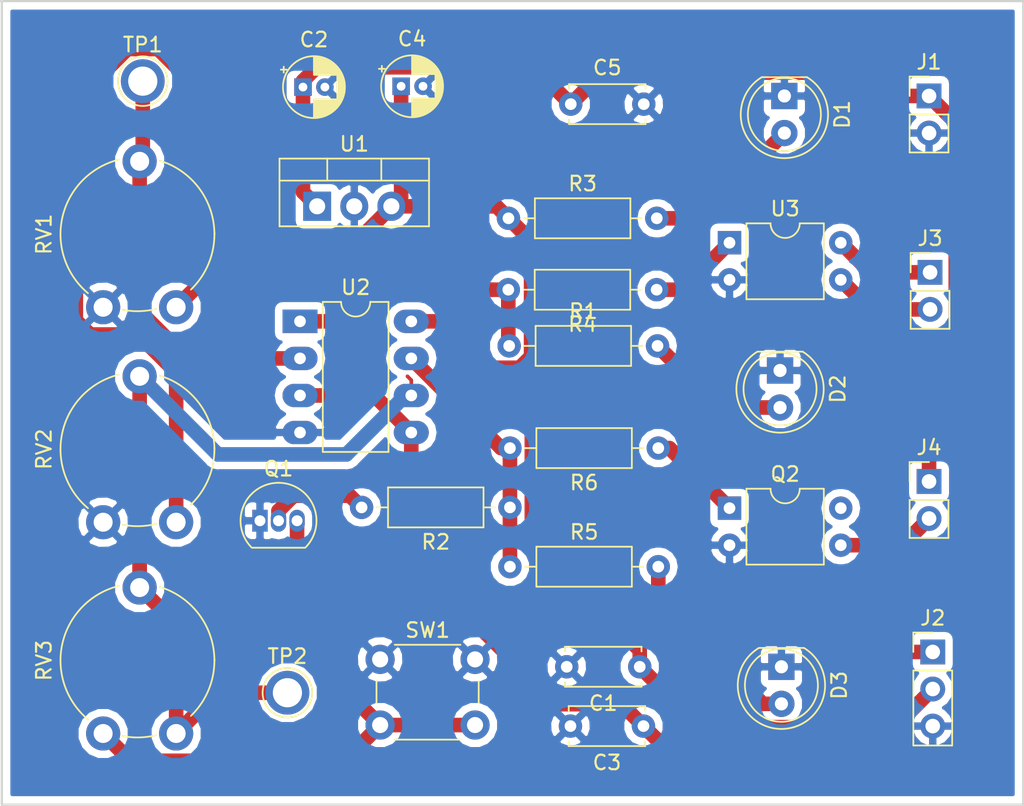
<source format=kicad_pcb>
(kicad_pcb (version 20171130) (host pcbnew "(5.0.1)-4")

  (general
    (thickness 1.6)
    (drawings 5)
    (tracks 115)
    (zones 0)
    (modules 29)
    (nets 19)
  )

  (page A4)
  (layers
    (0 F.Cu signal)
    (31 B.Cu signal)
    (32 B.Adhes user)
    (33 F.Adhes user)
    (34 B.Paste user)
    (35 F.Paste user)
    (36 B.SilkS user)
    (37 F.SilkS user)
    (38 B.Mask user)
    (39 F.Mask user)
    (40 Dwgs.User user)
    (41 Cmts.User user)
    (42 Eco1.User user)
    (43 Eco2.User user)
    (44 Edge.Cuts user)
    (45 Margin user)
    (46 B.CrtYd user)
    (47 F.CrtYd user)
    (48 B.Fab user)
    (49 F.Fab user)
  )

  (setup
    (last_trace_width 1)
    (user_trace_width 0.5)
    (user_trace_width 1)
    (user_trace_width 2)
    (trace_clearance 0.2)
    (zone_clearance 0.508)
    (zone_45_only no)
    (trace_min 0.2)
    (segment_width 0.2)
    (edge_width 0.15)
    (via_size 0.8)
    (via_drill 0.4)
    (via_min_size 0.4)
    (via_min_drill 0.3)
    (uvia_size 0.3)
    (uvia_drill 0.1)
    (uvias_allowed no)
    (uvia_min_size 0.2)
    (uvia_min_drill 0.1)
    (pcb_text_width 0.3)
    (pcb_text_size 1.5 1.5)
    (mod_edge_width 0.15)
    (mod_text_size 1 1)
    (mod_text_width 0.15)
    (pad_size 1.524 1.524)
    (pad_drill 0.762)
    (pad_to_mask_clearance 0.051)
    (solder_mask_min_width 0.25)
    (aux_axis_origin 0 0)
    (visible_elements FFFFFF7F)
    (pcbplotparams
      (layerselection 0x010fc_ffffffff)
      (usegerberextensions false)
      (usegerberattributes false)
      (usegerberadvancedattributes false)
      (creategerberjobfile false)
      (excludeedgelayer true)
      (linewidth 0.100000)
      (plotframeref false)
      (viasonmask false)
      (mode 1)
      (useauxorigin false)
      (hpglpennumber 1)
      (hpglpenspeed 20)
      (hpglpendiameter 15.000000)
      (psnegative false)
      (psa4output false)
      (plotreference true)
      (plotvalue true)
      (plotinvisibletext false)
      (padsonsilk false)
      (subtractmaskfromsilk false)
      (outputformat 1)
      (mirror false)
      (drillshape 1)
      (scaleselection 1)
      (outputdirectory ""))
  )

  (net 0 "")
  (net 1 +5V)
  (net 2 GND)
  (net 3 +12V)
  (net 4 "Net-(C3-Pad1)")
  (net 5 "Net-(D1-Pad2)")
  (net 6 "Net-(D2-Pad2)")
  (net 7 "Net-(D3-Pad2)")
  (net 8 "Net-(J3-Pad1)")
  (net 9 "Net-(J3-Pad2)")
  (net 10 "Net-(J4-Pad2)")
  (net 11 "Net-(Q1-Pad2)")
  (net 12 "Net-(Q1-Pad3)")
  (net 13 "Net-(Q2-Pad1)")
  (net 14 "Net-(R1-Pad1)")
  (net 15 "Net-(R2-Pad1)")
  (net 16 "Net-(R4-Pad1)")
  (net 17 "Net-(RV1-Pad2)")
  (net 18 "Net-(RV2-Pad2)")

  (net_class Default "This is the default net class."
    (clearance 0.2)
    (trace_width 0.25)
    (via_dia 0.8)
    (via_drill 0.4)
    (uvia_dia 0.3)
    (uvia_drill 0.1)
    (add_net +12V)
    (add_net +5V)
    (add_net GND)
    (add_net "Net-(C3-Pad1)")
    (add_net "Net-(D1-Pad2)")
    (add_net "Net-(D2-Pad2)")
    (add_net "Net-(D3-Pad2)")
    (add_net "Net-(J3-Pad1)")
    (add_net "Net-(J3-Pad2)")
    (add_net "Net-(J4-Pad2)")
    (add_net "Net-(Q1-Pad2)")
    (add_net "Net-(Q1-Pad3)")
    (add_net "Net-(Q2-Pad1)")
    (add_net "Net-(R1-Pad1)")
    (add_net "Net-(R2-Pad1)")
    (add_net "Net-(R4-Pad1)")
    (add_net "Net-(RV1-Pad2)")
    (add_net "Net-(RV2-Pad2)")
  )

  (module Capacitor_THT:C_Disc_D5.0mm_W2.5mm_P5.00mm (layer F.Cu) (tedit 5AE50EF0) (tstamp 5E1F4660)
    (at 175.768 104.4956 180)
    (descr "C, Disc series, Radial, pin pitch=5.00mm, , diameter*width=5*2.5mm^2, Capacitor, http://cdn-reichelt.de/documents/datenblatt/B300/DS_KERKO_TC.pdf")
    (tags "C Disc series Radial pin pitch 5.00mm  diameter 5mm width 2.5mm Capacitor")
    (path /5DD7E9F1)
    (fp_text reference C1 (at 2.5 -2.5 180) (layer F.SilkS)
      (effects (font (size 1 1) (thickness 0.15)))
    )
    (fp_text value 100n (at 2.5 2.5 180) (layer F.Fab)
      (effects (font (size 1 1) (thickness 0.15)))
    )
    (fp_line (start 0 -1.25) (end 0 1.25) (layer F.Fab) (width 0.1))
    (fp_line (start 0 1.25) (end 5 1.25) (layer F.Fab) (width 0.1))
    (fp_line (start 5 1.25) (end 5 -1.25) (layer F.Fab) (width 0.1))
    (fp_line (start 5 -1.25) (end 0 -1.25) (layer F.Fab) (width 0.1))
    (fp_line (start -0.12 -1.37) (end 5.12 -1.37) (layer F.SilkS) (width 0.12))
    (fp_line (start -0.12 1.37) (end 5.12 1.37) (layer F.SilkS) (width 0.12))
    (fp_line (start -0.12 -1.37) (end -0.12 -1.055) (layer F.SilkS) (width 0.12))
    (fp_line (start -0.12 1.055) (end -0.12 1.37) (layer F.SilkS) (width 0.12))
    (fp_line (start 5.12 -1.37) (end 5.12 -1.055) (layer F.SilkS) (width 0.12))
    (fp_line (start 5.12 1.055) (end 5.12 1.37) (layer F.SilkS) (width 0.12))
    (fp_line (start -1.05 -1.5) (end -1.05 1.5) (layer F.CrtYd) (width 0.05))
    (fp_line (start -1.05 1.5) (end 6.05 1.5) (layer F.CrtYd) (width 0.05))
    (fp_line (start 6.05 1.5) (end 6.05 -1.5) (layer F.CrtYd) (width 0.05))
    (fp_line (start 6.05 -1.5) (end -1.05 -1.5) (layer F.CrtYd) (width 0.05))
    (fp_text user %R (at 2.5 0 180) (layer F.Fab)
      (effects (font (size 1 1) (thickness 0.15)))
    )
    (pad 1 thru_hole circle (at 0 0 180) (size 1.6 1.6) (drill 0.8) (layers *.Cu *.Mask)
      (net 1 +5V))
    (pad 2 thru_hole circle (at 5 0 180) (size 1.6 1.6) (drill 0.8) (layers *.Cu *.Mask)
      (net 2 GND))
    (model ${KISYS3DMOD}/Capacitor_THT.3dshapes/C_Disc_D5.0mm_W2.5mm_P5.00mm.wrl
      (at (xyz 0 0 0))
      (scale (xyz 1 1 1))
      (rotate (xyz 0 0 0))
    )
  )

  (module Capacitor_THT:CP_Radial_D4.0mm_P1.50mm (layer F.Cu) (tedit 5AE50EF0) (tstamp 5E1F46CB)
    (at 152.7048 64.77)
    (descr "CP, Radial series, Radial, pin pitch=1.50mm, , diameter=4mm, Electrolytic Capacitor")
    (tags "CP Radial series Radial pin pitch 1.50mm  diameter 4mm Electrolytic Capacitor")
    (path /5DD704B8)
    (fp_text reference C2 (at 0.75 -3.25) (layer F.SilkS)
      (effects (font (size 1 1) (thickness 0.15)))
    )
    (fp_text value 10u (at 0.75 3.25) (layer F.Fab)
      (effects (font (size 1 1) (thickness 0.15)))
    )
    (fp_text user %R (at 0.75 0) (layer F.Fab)
      (effects (font (size 0.8 0.8) (thickness 0.12)))
    )
    (fp_line (start -1.319801 -1.395) (end -1.319801 -0.995) (layer F.SilkS) (width 0.12))
    (fp_line (start -1.519801 -1.195) (end -1.119801 -1.195) (layer F.SilkS) (width 0.12))
    (fp_line (start 2.831 -0.37) (end 2.831 0.37) (layer F.SilkS) (width 0.12))
    (fp_line (start 2.791 -0.537) (end 2.791 0.537) (layer F.SilkS) (width 0.12))
    (fp_line (start 2.751 -0.664) (end 2.751 0.664) (layer F.SilkS) (width 0.12))
    (fp_line (start 2.711 -0.768) (end 2.711 0.768) (layer F.SilkS) (width 0.12))
    (fp_line (start 2.671 -0.859) (end 2.671 0.859) (layer F.SilkS) (width 0.12))
    (fp_line (start 2.631 -0.94) (end 2.631 0.94) (layer F.SilkS) (width 0.12))
    (fp_line (start 2.591 -1.013) (end 2.591 1.013) (layer F.SilkS) (width 0.12))
    (fp_line (start 2.551 -1.08) (end 2.551 1.08) (layer F.SilkS) (width 0.12))
    (fp_line (start 2.511 -1.142) (end 2.511 1.142) (layer F.SilkS) (width 0.12))
    (fp_line (start 2.471 -1.2) (end 2.471 1.2) (layer F.SilkS) (width 0.12))
    (fp_line (start 2.431 -1.254) (end 2.431 1.254) (layer F.SilkS) (width 0.12))
    (fp_line (start 2.391 -1.304) (end 2.391 1.304) (layer F.SilkS) (width 0.12))
    (fp_line (start 2.351 -1.351) (end 2.351 1.351) (layer F.SilkS) (width 0.12))
    (fp_line (start 2.311 0.84) (end 2.311 1.396) (layer F.SilkS) (width 0.12))
    (fp_line (start 2.311 -1.396) (end 2.311 -0.84) (layer F.SilkS) (width 0.12))
    (fp_line (start 2.271 0.84) (end 2.271 1.438) (layer F.SilkS) (width 0.12))
    (fp_line (start 2.271 -1.438) (end 2.271 -0.84) (layer F.SilkS) (width 0.12))
    (fp_line (start 2.231 0.84) (end 2.231 1.478) (layer F.SilkS) (width 0.12))
    (fp_line (start 2.231 -1.478) (end 2.231 -0.84) (layer F.SilkS) (width 0.12))
    (fp_line (start 2.191 0.84) (end 2.191 1.516) (layer F.SilkS) (width 0.12))
    (fp_line (start 2.191 -1.516) (end 2.191 -0.84) (layer F.SilkS) (width 0.12))
    (fp_line (start 2.151 0.84) (end 2.151 1.552) (layer F.SilkS) (width 0.12))
    (fp_line (start 2.151 -1.552) (end 2.151 -0.84) (layer F.SilkS) (width 0.12))
    (fp_line (start 2.111 0.84) (end 2.111 1.587) (layer F.SilkS) (width 0.12))
    (fp_line (start 2.111 -1.587) (end 2.111 -0.84) (layer F.SilkS) (width 0.12))
    (fp_line (start 2.071 0.84) (end 2.071 1.619) (layer F.SilkS) (width 0.12))
    (fp_line (start 2.071 -1.619) (end 2.071 -0.84) (layer F.SilkS) (width 0.12))
    (fp_line (start 2.031 0.84) (end 2.031 1.65) (layer F.SilkS) (width 0.12))
    (fp_line (start 2.031 -1.65) (end 2.031 -0.84) (layer F.SilkS) (width 0.12))
    (fp_line (start 1.991 0.84) (end 1.991 1.68) (layer F.SilkS) (width 0.12))
    (fp_line (start 1.991 -1.68) (end 1.991 -0.84) (layer F.SilkS) (width 0.12))
    (fp_line (start 1.951 0.84) (end 1.951 1.708) (layer F.SilkS) (width 0.12))
    (fp_line (start 1.951 -1.708) (end 1.951 -0.84) (layer F.SilkS) (width 0.12))
    (fp_line (start 1.911 0.84) (end 1.911 1.735) (layer F.SilkS) (width 0.12))
    (fp_line (start 1.911 -1.735) (end 1.911 -0.84) (layer F.SilkS) (width 0.12))
    (fp_line (start 1.871 0.84) (end 1.871 1.76) (layer F.SilkS) (width 0.12))
    (fp_line (start 1.871 -1.76) (end 1.871 -0.84) (layer F.SilkS) (width 0.12))
    (fp_line (start 1.831 0.84) (end 1.831 1.785) (layer F.SilkS) (width 0.12))
    (fp_line (start 1.831 -1.785) (end 1.831 -0.84) (layer F.SilkS) (width 0.12))
    (fp_line (start 1.791 0.84) (end 1.791 1.808) (layer F.SilkS) (width 0.12))
    (fp_line (start 1.791 -1.808) (end 1.791 -0.84) (layer F.SilkS) (width 0.12))
    (fp_line (start 1.751 0.84) (end 1.751 1.83) (layer F.SilkS) (width 0.12))
    (fp_line (start 1.751 -1.83) (end 1.751 -0.84) (layer F.SilkS) (width 0.12))
    (fp_line (start 1.711 0.84) (end 1.711 1.851) (layer F.SilkS) (width 0.12))
    (fp_line (start 1.711 -1.851) (end 1.711 -0.84) (layer F.SilkS) (width 0.12))
    (fp_line (start 1.671 0.84) (end 1.671 1.87) (layer F.SilkS) (width 0.12))
    (fp_line (start 1.671 -1.87) (end 1.671 -0.84) (layer F.SilkS) (width 0.12))
    (fp_line (start 1.631 0.84) (end 1.631 1.889) (layer F.SilkS) (width 0.12))
    (fp_line (start 1.631 -1.889) (end 1.631 -0.84) (layer F.SilkS) (width 0.12))
    (fp_line (start 1.591 0.84) (end 1.591 1.907) (layer F.SilkS) (width 0.12))
    (fp_line (start 1.591 -1.907) (end 1.591 -0.84) (layer F.SilkS) (width 0.12))
    (fp_line (start 1.551 0.84) (end 1.551 1.924) (layer F.SilkS) (width 0.12))
    (fp_line (start 1.551 -1.924) (end 1.551 -0.84) (layer F.SilkS) (width 0.12))
    (fp_line (start 1.511 0.84) (end 1.511 1.94) (layer F.SilkS) (width 0.12))
    (fp_line (start 1.511 -1.94) (end 1.511 -0.84) (layer F.SilkS) (width 0.12))
    (fp_line (start 1.471 0.84) (end 1.471 1.954) (layer F.SilkS) (width 0.12))
    (fp_line (start 1.471 -1.954) (end 1.471 -0.84) (layer F.SilkS) (width 0.12))
    (fp_line (start 1.43 0.84) (end 1.43 1.968) (layer F.SilkS) (width 0.12))
    (fp_line (start 1.43 -1.968) (end 1.43 -0.84) (layer F.SilkS) (width 0.12))
    (fp_line (start 1.39 0.84) (end 1.39 1.982) (layer F.SilkS) (width 0.12))
    (fp_line (start 1.39 -1.982) (end 1.39 -0.84) (layer F.SilkS) (width 0.12))
    (fp_line (start 1.35 0.84) (end 1.35 1.994) (layer F.SilkS) (width 0.12))
    (fp_line (start 1.35 -1.994) (end 1.35 -0.84) (layer F.SilkS) (width 0.12))
    (fp_line (start 1.31 0.84) (end 1.31 2.005) (layer F.SilkS) (width 0.12))
    (fp_line (start 1.31 -2.005) (end 1.31 -0.84) (layer F.SilkS) (width 0.12))
    (fp_line (start 1.27 0.84) (end 1.27 2.016) (layer F.SilkS) (width 0.12))
    (fp_line (start 1.27 -2.016) (end 1.27 -0.84) (layer F.SilkS) (width 0.12))
    (fp_line (start 1.23 0.84) (end 1.23 2.025) (layer F.SilkS) (width 0.12))
    (fp_line (start 1.23 -2.025) (end 1.23 -0.84) (layer F.SilkS) (width 0.12))
    (fp_line (start 1.19 0.84) (end 1.19 2.034) (layer F.SilkS) (width 0.12))
    (fp_line (start 1.19 -2.034) (end 1.19 -0.84) (layer F.SilkS) (width 0.12))
    (fp_line (start 1.15 0.84) (end 1.15 2.042) (layer F.SilkS) (width 0.12))
    (fp_line (start 1.15 -2.042) (end 1.15 -0.84) (layer F.SilkS) (width 0.12))
    (fp_line (start 1.11 0.84) (end 1.11 2.05) (layer F.SilkS) (width 0.12))
    (fp_line (start 1.11 -2.05) (end 1.11 -0.84) (layer F.SilkS) (width 0.12))
    (fp_line (start 1.07 0.84) (end 1.07 2.056) (layer F.SilkS) (width 0.12))
    (fp_line (start 1.07 -2.056) (end 1.07 -0.84) (layer F.SilkS) (width 0.12))
    (fp_line (start 1.03 0.84) (end 1.03 2.062) (layer F.SilkS) (width 0.12))
    (fp_line (start 1.03 -2.062) (end 1.03 -0.84) (layer F.SilkS) (width 0.12))
    (fp_line (start 0.99 0.84) (end 0.99 2.067) (layer F.SilkS) (width 0.12))
    (fp_line (start 0.99 -2.067) (end 0.99 -0.84) (layer F.SilkS) (width 0.12))
    (fp_line (start 0.95 0.84) (end 0.95 2.071) (layer F.SilkS) (width 0.12))
    (fp_line (start 0.95 -2.071) (end 0.95 -0.84) (layer F.SilkS) (width 0.12))
    (fp_line (start 0.91 0.84) (end 0.91 2.074) (layer F.SilkS) (width 0.12))
    (fp_line (start 0.91 -2.074) (end 0.91 -0.84) (layer F.SilkS) (width 0.12))
    (fp_line (start 0.87 0.84) (end 0.87 2.077) (layer F.SilkS) (width 0.12))
    (fp_line (start 0.87 -2.077) (end 0.87 -0.84) (layer F.SilkS) (width 0.12))
    (fp_line (start 0.83 -2.079) (end 0.83 -0.84) (layer F.SilkS) (width 0.12))
    (fp_line (start 0.83 0.84) (end 0.83 2.079) (layer F.SilkS) (width 0.12))
    (fp_line (start 0.79 -2.08) (end 0.79 -0.84) (layer F.SilkS) (width 0.12))
    (fp_line (start 0.79 0.84) (end 0.79 2.08) (layer F.SilkS) (width 0.12))
    (fp_line (start 0.75 -2.08) (end 0.75 -0.84) (layer F.SilkS) (width 0.12))
    (fp_line (start 0.75 0.84) (end 0.75 2.08) (layer F.SilkS) (width 0.12))
    (fp_line (start -0.752554 -1.0675) (end -0.752554 -0.6675) (layer F.Fab) (width 0.1))
    (fp_line (start -0.952554 -0.8675) (end -0.552554 -0.8675) (layer F.Fab) (width 0.1))
    (fp_circle (center 0.75 0) (end 3 0) (layer F.CrtYd) (width 0.05))
    (fp_circle (center 0.75 0) (end 2.87 0) (layer F.SilkS) (width 0.12))
    (fp_circle (center 0.75 0) (end 2.75 0) (layer F.Fab) (width 0.1))
    (pad 2 thru_hole circle (at 1.5 0) (size 1.2 1.2) (drill 0.6) (layers *.Cu *.Mask)
      (net 2 GND))
    (pad 1 thru_hole rect (at 0 0) (size 1.2 1.2) (drill 0.6) (layers *.Cu *.Mask)
      (net 3 +12V))
    (model ${KISYS3DMOD}/Capacitor_THT.3dshapes/CP_Radial_D4.0mm_P1.50mm.wrl
      (at (xyz 0 0 0))
      (scale (xyz 1 1 1))
      (rotate (xyz 0 0 0))
    )
  )

  (module Capacitor_THT:C_Disc_D5.0mm_W2.5mm_P5.00mm (layer F.Cu) (tedit 5AE50EF0) (tstamp 5E1F46E0)
    (at 176.022 108.5596 180)
    (descr "C, Disc series, Radial, pin pitch=5.00mm, , diameter*width=5*2.5mm^2, Capacitor, http://cdn-reichelt.de/documents/datenblatt/B300/DS_KERKO_TC.pdf")
    (tags "C Disc series Radial pin pitch 5.00mm  diameter 5mm width 2.5mm Capacitor")
    (path /5DD7EA77)
    (fp_text reference C3 (at 2.5 -2.5 180) (layer F.SilkS)
      (effects (font (size 1 1) (thickness 0.15)))
    )
    (fp_text value 100n (at 2.5 2.5 180) (layer F.Fab)
      (effects (font (size 1 1) (thickness 0.15)))
    )
    (fp_text user %R (at 2.5 0 180) (layer F.Fab)
      (effects (font (size 1 1) (thickness 0.15)))
    )
    (fp_line (start 6.05 -1.5) (end -1.05 -1.5) (layer F.CrtYd) (width 0.05))
    (fp_line (start 6.05 1.5) (end 6.05 -1.5) (layer F.CrtYd) (width 0.05))
    (fp_line (start -1.05 1.5) (end 6.05 1.5) (layer F.CrtYd) (width 0.05))
    (fp_line (start -1.05 -1.5) (end -1.05 1.5) (layer F.CrtYd) (width 0.05))
    (fp_line (start 5.12 1.055) (end 5.12 1.37) (layer F.SilkS) (width 0.12))
    (fp_line (start 5.12 -1.37) (end 5.12 -1.055) (layer F.SilkS) (width 0.12))
    (fp_line (start -0.12 1.055) (end -0.12 1.37) (layer F.SilkS) (width 0.12))
    (fp_line (start -0.12 -1.37) (end -0.12 -1.055) (layer F.SilkS) (width 0.12))
    (fp_line (start -0.12 1.37) (end 5.12 1.37) (layer F.SilkS) (width 0.12))
    (fp_line (start -0.12 -1.37) (end 5.12 -1.37) (layer F.SilkS) (width 0.12))
    (fp_line (start 5 -1.25) (end 0 -1.25) (layer F.Fab) (width 0.1))
    (fp_line (start 5 1.25) (end 5 -1.25) (layer F.Fab) (width 0.1))
    (fp_line (start 0 1.25) (end 5 1.25) (layer F.Fab) (width 0.1))
    (fp_line (start 0 -1.25) (end 0 1.25) (layer F.Fab) (width 0.1))
    (pad 2 thru_hole circle (at 5 0 180) (size 1.6 1.6) (drill 0.8) (layers *.Cu *.Mask)
      (net 2 GND))
    (pad 1 thru_hole circle (at 0 0 180) (size 1.6 1.6) (drill 0.8) (layers *.Cu *.Mask)
      (net 4 "Net-(C3-Pad1)"))
    (model ${KISYS3DMOD}/Capacitor_THT.3dshapes/C_Disc_D5.0mm_W2.5mm_P5.00mm.wrl
      (at (xyz 0 0 0))
      (scale (xyz 1 1 1))
      (rotate (xyz 0 0 0))
    )
  )

  (module Capacitor_THT:CP_Radial_D4.0mm_P1.50mm (layer F.Cu) (tedit 5AE50EF0) (tstamp 5E1F474B)
    (at 159.426 64.7146)
    (descr "CP, Radial series, Radial, pin pitch=1.50mm, , diameter=4mm, Electrolytic Capacitor")
    (tags "CP Radial series Radial pin pitch 1.50mm  diameter 4mm Electrolytic Capacitor")
    (path /5DD704F8)
    (fp_text reference C4 (at 0.75 -3.25) (layer F.SilkS)
      (effects (font (size 1 1) (thickness 0.15)))
    )
    (fp_text value 10u (at 0.75 3.25) (layer F.Fab)
      (effects (font (size 1 1) (thickness 0.15)))
    )
    (fp_circle (center 0.75 0) (end 2.75 0) (layer F.Fab) (width 0.1))
    (fp_circle (center 0.75 0) (end 2.87 0) (layer F.SilkS) (width 0.12))
    (fp_circle (center 0.75 0) (end 3 0) (layer F.CrtYd) (width 0.05))
    (fp_line (start -0.952554 -0.8675) (end -0.552554 -0.8675) (layer F.Fab) (width 0.1))
    (fp_line (start -0.752554 -1.0675) (end -0.752554 -0.6675) (layer F.Fab) (width 0.1))
    (fp_line (start 0.75 0.84) (end 0.75 2.08) (layer F.SilkS) (width 0.12))
    (fp_line (start 0.75 -2.08) (end 0.75 -0.84) (layer F.SilkS) (width 0.12))
    (fp_line (start 0.79 0.84) (end 0.79 2.08) (layer F.SilkS) (width 0.12))
    (fp_line (start 0.79 -2.08) (end 0.79 -0.84) (layer F.SilkS) (width 0.12))
    (fp_line (start 0.83 0.84) (end 0.83 2.079) (layer F.SilkS) (width 0.12))
    (fp_line (start 0.83 -2.079) (end 0.83 -0.84) (layer F.SilkS) (width 0.12))
    (fp_line (start 0.87 -2.077) (end 0.87 -0.84) (layer F.SilkS) (width 0.12))
    (fp_line (start 0.87 0.84) (end 0.87 2.077) (layer F.SilkS) (width 0.12))
    (fp_line (start 0.91 -2.074) (end 0.91 -0.84) (layer F.SilkS) (width 0.12))
    (fp_line (start 0.91 0.84) (end 0.91 2.074) (layer F.SilkS) (width 0.12))
    (fp_line (start 0.95 -2.071) (end 0.95 -0.84) (layer F.SilkS) (width 0.12))
    (fp_line (start 0.95 0.84) (end 0.95 2.071) (layer F.SilkS) (width 0.12))
    (fp_line (start 0.99 -2.067) (end 0.99 -0.84) (layer F.SilkS) (width 0.12))
    (fp_line (start 0.99 0.84) (end 0.99 2.067) (layer F.SilkS) (width 0.12))
    (fp_line (start 1.03 -2.062) (end 1.03 -0.84) (layer F.SilkS) (width 0.12))
    (fp_line (start 1.03 0.84) (end 1.03 2.062) (layer F.SilkS) (width 0.12))
    (fp_line (start 1.07 -2.056) (end 1.07 -0.84) (layer F.SilkS) (width 0.12))
    (fp_line (start 1.07 0.84) (end 1.07 2.056) (layer F.SilkS) (width 0.12))
    (fp_line (start 1.11 -2.05) (end 1.11 -0.84) (layer F.SilkS) (width 0.12))
    (fp_line (start 1.11 0.84) (end 1.11 2.05) (layer F.SilkS) (width 0.12))
    (fp_line (start 1.15 -2.042) (end 1.15 -0.84) (layer F.SilkS) (width 0.12))
    (fp_line (start 1.15 0.84) (end 1.15 2.042) (layer F.SilkS) (width 0.12))
    (fp_line (start 1.19 -2.034) (end 1.19 -0.84) (layer F.SilkS) (width 0.12))
    (fp_line (start 1.19 0.84) (end 1.19 2.034) (layer F.SilkS) (width 0.12))
    (fp_line (start 1.23 -2.025) (end 1.23 -0.84) (layer F.SilkS) (width 0.12))
    (fp_line (start 1.23 0.84) (end 1.23 2.025) (layer F.SilkS) (width 0.12))
    (fp_line (start 1.27 -2.016) (end 1.27 -0.84) (layer F.SilkS) (width 0.12))
    (fp_line (start 1.27 0.84) (end 1.27 2.016) (layer F.SilkS) (width 0.12))
    (fp_line (start 1.31 -2.005) (end 1.31 -0.84) (layer F.SilkS) (width 0.12))
    (fp_line (start 1.31 0.84) (end 1.31 2.005) (layer F.SilkS) (width 0.12))
    (fp_line (start 1.35 -1.994) (end 1.35 -0.84) (layer F.SilkS) (width 0.12))
    (fp_line (start 1.35 0.84) (end 1.35 1.994) (layer F.SilkS) (width 0.12))
    (fp_line (start 1.39 -1.982) (end 1.39 -0.84) (layer F.SilkS) (width 0.12))
    (fp_line (start 1.39 0.84) (end 1.39 1.982) (layer F.SilkS) (width 0.12))
    (fp_line (start 1.43 -1.968) (end 1.43 -0.84) (layer F.SilkS) (width 0.12))
    (fp_line (start 1.43 0.84) (end 1.43 1.968) (layer F.SilkS) (width 0.12))
    (fp_line (start 1.471 -1.954) (end 1.471 -0.84) (layer F.SilkS) (width 0.12))
    (fp_line (start 1.471 0.84) (end 1.471 1.954) (layer F.SilkS) (width 0.12))
    (fp_line (start 1.511 -1.94) (end 1.511 -0.84) (layer F.SilkS) (width 0.12))
    (fp_line (start 1.511 0.84) (end 1.511 1.94) (layer F.SilkS) (width 0.12))
    (fp_line (start 1.551 -1.924) (end 1.551 -0.84) (layer F.SilkS) (width 0.12))
    (fp_line (start 1.551 0.84) (end 1.551 1.924) (layer F.SilkS) (width 0.12))
    (fp_line (start 1.591 -1.907) (end 1.591 -0.84) (layer F.SilkS) (width 0.12))
    (fp_line (start 1.591 0.84) (end 1.591 1.907) (layer F.SilkS) (width 0.12))
    (fp_line (start 1.631 -1.889) (end 1.631 -0.84) (layer F.SilkS) (width 0.12))
    (fp_line (start 1.631 0.84) (end 1.631 1.889) (layer F.SilkS) (width 0.12))
    (fp_line (start 1.671 -1.87) (end 1.671 -0.84) (layer F.SilkS) (width 0.12))
    (fp_line (start 1.671 0.84) (end 1.671 1.87) (layer F.SilkS) (width 0.12))
    (fp_line (start 1.711 -1.851) (end 1.711 -0.84) (layer F.SilkS) (width 0.12))
    (fp_line (start 1.711 0.84) (end 1.711 1.851) (layer F.SilkS) (width 0.12))
    (fp_line (start 1.751 -1.83) (end 1.751 -0.84) (layer F.SilkS) (width 0.12))
    (fp_line (start 1.751 0.84) (end 1.751 1.83) (layer F.SilkS) (width 0.12))
    (fp_line (start 1.791 -1.808) (end 1.791 -0.84) (layer F.SilkS) (width 0.12))
    (fp_line (start 1.791 0.84) (end 1.791 1.808) (layer F.SilkS) (width 0.12))
    (fp_line (start 1.831 -1.785) (end 1.831 -0.84) (layer F.SilkS) (width 0.12))
    (fp_line (start 1.831 0.84) (end 1.831 1.785) (layer F.SilkS) (width 0.12))
    (fp_line (start 1.871 -1.76) (end 1.871 -0.84) (layer F.SilkS) (width 0.12))
    (fp_line (start 1.871 0.84) (end 1.871 1.76) (layer F.SilkS) (width 0.12))
    (fp_line (start 1.911 -1.735) (end 1.911 -0.84) (layer F.SilkS) (width 0.12))
    (fp_line (start 1.911 0.84) (end 1.911 1.735) (layer F.SilkS) (width 0.12))
    (fp_line (start 1.951 -1.708) (end 1.951 -0.84) (layer F.SilkS) (width 0.12))
    (fp_line (start 1.951 0.84) (end 1.951 1.708) (layer F.SilkS) (width 0.12))
    (fp_line (start 1.991 -1.68) (end 1.991 -0.84) (layer F.SilkS) (width 0.12))
    (fp_line (start 1.991 0.84) (end 1.991 1.68) (layer F.SilkS) (width 0.12))
    (fp_line (start 2.031 -1.65) (end 2.031 -0.84) (layer F.SilkS) (width 0.12))
    (fp_line (start 2.031 0.84) (end 2.031 1.65) (layer F.SilkS) (width 0.12))
    (fp_line (start 2.071 -1.619) (end 2.071 -0.84) (layer F.SilkS) (width 0.12))
    (fp_line (start 2.071 0.84) (end 2.071 1.619) (layer F.SilkS) (width 0.12))
    (fp_line (start 2.111 -1.587) (end 2.111 -0.84) (layer F.SilkS) (width 0.12))
    (fp_line (start 2.111 0.84) (end 2.111 1.587) (layer F.SilkS) (width 0.12))
    (fp_line (start 2.151 -1.552) (end 2.151 -0.84) (layer F.SilkS) (width 0.12))
    (fp_line (start 2.151 0.84) (end 2.151 1.552) (layer F.SilkS) (width 0.12))
    (fp_line (start 2.191 -1.516) (end 2.191 -0.84) (layer F.SilkS) (width 0.12))
    (fp_line (start 2.191 0.84) (end 2.191 1.516) (layer F.SilkS) (width 0.12))
    (fp_line (start 2.231 -1.478) (end 2.231 -0.84) (layer F.SilkS) (width 0.12))
    (fp_line (start 2.231 0.84) (end 2.231 1.478) (layer F.SilkS) (width 0.12))
    (fp_line (start 2.271 -1.438) (end 2.271 -0.84) (layer F.SilkS) (width 0.12))
    (fp_line (start 2.271 0.84) (end 2.271 1.438) (layer F.SilkS) (width 0.12))
    (fp_line (start 2.311 -1.396) (end 2.311 -0.84) (layer F.SilkS) (width 0.12))
    (fp_line (start 2.311 0.84) (end 2.311 1.396) (layer F.SilkS) (width 0.12))
    (fp_line (start 2.351 -1.351) (end 2.351 1.351) (layer F.SilkS) (width 0.12))
    (fp_line (start 2.391 -1.304) (end 2.391 1.304) (layer F.SilkS) (width 0.12))
    (fp_line (start 2.431 -1.254) (end 2.431 1.254) (layer F.SilkS) (width 0.12))
    (fp_line (start 2.471 -1.2) (end 2.471 1.2) (layer F.SilkS) (width 0.12))
    (fp_line (start 2.511 -1.142) (end 2.511 1.142) (layer F.SilkS) (width 0.12))
    (fp_line (start 2.551 -1.08) (end 2.551 1.08) (layer F.SilkS) (width 0.12))
    (fp_line (start 2.591 -1.013) (end 2.591 1.013) (layer F.SilkS) (width 0.12))
    (fp_line (start 2.631 -0.94) (end 2.631 0.94) (layer F.SilkS) (width 0.12))
    (fp_line (start 2.671 -0.859) (end 2.671 0.859) (layer F.SilkS) (width 0.12))
    (fp_line (start 2.711 -0.768) (end 2.711 0.768) (layer F.SilkS) (width 0.12))
    (fp_line (start 2.751 -0.664) (end 2.751 0.664) (layer F.SilkS) (width 0.12))
    (fp_line (start 2.791 -0.537) (end 2.791 0.537) (layer F.SilkS) (width 0.12))
    (fp_line (start 2.831 -0.37) (end 2.831 0.37) (layer F.SilkS) (width 0.12))
    (fp_line (start -1.519801 -1.195) (end -1.119801 -1.195) (layer F.SilkS) (width 0.12))
    (fp_line (start -1.319801 -1.395) (end -1.319801 -0.995) (layer F.SilkS) (width 0.12))
    (fp_text user %R (at 0.75 0) (layer F.Fab)
      (effects (font (size 0.8 0.8) (thickness 0.12)))
    )
    (pad 1 thru_hole rect (at 0 0) (size 1.2 1.2) (drill 0.6) (layers *.Cu *.Mask)
      (net 1 +5V))
    (pad 2 thru_hole circle (at 1.5 0) (size 1.2 1.2) (drill 0.6) (layers *.Cu *.Mask)
      (net 2 GND))
    (model ${KISYS3DMOD}/Capacitor_THT.3dshapes/CP_Radial_D4.0mm_P1.50mm.wrl
      (at (xyz 0 0 0))
      (scale (xyz 1 1 1))
      (rotate (xyz 0 0 0))
    )
  )

  (module Capacitor_THT:C_Disc_D5.0mm_W2.5mm_P5.00mm (layer F.Cu) (tedit 5AE50EF0) (tstamp 5E1F4760)
    (at 171.0436 65.9384)
    (descr "C, Disc series, Radial, pin pitch=5.00mm, , diameter*width=5*2.5mm^2, Capacitor, http://cdn-reichelt.de/documents/datenblatt/B300/DS_KERKO_TC.pdf")
    (tags "C Disc series Radial pin pitch 5.00mm  diameter 5mm width 2.5mm Capacitor")
    (path /5DD8CE4D)
    (fp_text reference C5 (at 2.5 -2.5) (layer F.SilkS)
      (effects (font (size 1 1) (thickness 0.15)))
    )
    (fp_text value 100n (at 2.5 2.5) (layer F.Fab)
      (effects (font (size 1 1) (thickness 0.15)))
    )
    (fp_line (start 0 -1.25) (end 0 1.25) (layer F.Fab) (width 0.1))
    (fp_line (start 0 1.25) (end 5 1.25) (layer F.Fab) (width 0.1))
    (fp_line (start 5 1.25) (end 5 -1.25) (layer F.Fab) (width 0.1))
    (fp_line (start 5 -1.25) (end 0 -1.25) (layer F.Fab) (width 0.1))
    (fp_line (start -0.12 -1.37) (end 5.12 -1.37) (layer F.SilkS) (width 0.12))
    (fp_line (start -0.12 1.37) (end 5.12 1.37) (layer F.SilkS) (width 0.12))
    (fp_line (start -0.12 -1.37) (end -0.12 -1.055) (layer F.SilkS) (width 0.12))
    (fp_line (start -0.12 1.055) (end -0.12 1.37) (layer F.SilkS) (width 0.12))
    (fp_line (start 5.12 -1.37) (end 5.12 -1.055) (layer F.SilkS) (width 0.12))
    (fp_line (start 5.12 1.055) (end 5.12 1.37) (layer F.SilkS) (width 0.12))
    (fp_line (start -1.05 -1.5) (end -1.05 1.5) (layer F.CrtYd) (width 0.05))
    (fp_line (start -1.05 1.5) (end 6.05 1.5) (layer F.CrtYd) (width 0.05))
    (fp_line (start 6.05 1.5) (end 6.05 -1.5) (layer F.CrtYd) (width 0.05))
    (fp_line (start 6.05 -1.5) (end -1.05 -1.5) (layer F.CrtYd) (width 0.05))
    (fp_text user %R (at 2.5 0) (layer F.Fab)
      (effects (font (size 1 1) (thickness 0.15)))
    )
    (pad 1 thru_hole circle (at 0 0) (size 1.6 1.6) (drill 0.8) (layers *.Cu *.Mask)
      (net 3 +12V))
    (pad 2 thru_hole circle (at 5 0) (size 1.6 1.6) (drill 0.8) (layers *.Cu *.Mask)
      (net 2 GND))
    (model ${KISYS3DMOD}/Capacitor_THT.3dshapes/C_Disc_D5.0mm_W2.5mm_P5.00mm.wrl
      (at (xyz 0 0 0))
      (scale (xyz 1 1 1))
      (rotate (xyz 0 0 0))
    )
  )

  (module LED_THT:LED_D5.0mm (layer F.Cu) (tedit 5995936A) (tstamp 5E1F4772)
    (at 185.674 65.3796 270)
    (descr "LED, diameter 5.0mm, 2 pins, http://cdn-reichelt.de/documents/datenblatt/A500/LL-504BC2E-009.pdf")
    (tags "LED diameter 5.0mm 2 pins")
    (path /5DD78C84)
    (fp_text reference D1 (at 1.27 -3.96 270) (layer F.SilkS)
      (effects (font (size 1 1) (thickness 0.15)))
    )
    (fp_text value LED (at 1.27 3.96 270) (layer F.Fab)
      (effects (font (size 1 1) (thickness 0.15)))
    )
    (fp_arc (start 1.27 0) (end -1.23 -1.469694) (angle 299.1) (layer F.Fab) (width 0.1))
    (fp_arc (start 1.27 0) (end -1.29 -1.54483) (angle 148.9) (layer F.SilkS) (width 0.12))
    (fp_arc (start 1.27 0) (end -1.29 1.54483) (angle -148.9) (layer F.SilkS) (width 0.12))
    (fp_circle (center 1.27 0) (end 3.77 0) (layer F.Fab) (width 0.1))
    (fp_circle (center 1.27 0) (end 3.77 0) (layer F.SilkS) (width 0.12))
    (fp_line (start -1.23 -1.469694) (end -1.23 1.469694) (layer F.Fab) (width 0.1))
    (fp_line (start -1.29 -1.545) (end -1.29 1.545) (layer F.SilkS) (width 0.12))
    (fp_line (start -1.95 -3.25) (end -1.95 3.25) (layer F.CrtYd) (width 0.05))
    (fp_line (start -1.95 3.25) (end 4.5 3.25) (layer F.CrtYd) (width 0.05))
    (fp_line (start 4.5 3.25) (end 4.5 -3.25) (layer F.CrtYd) (width 0.05))
    (fp_line (start 4.5 -3.25) (end -1.95 -3.25) (layer F.CrtYd) (width 0.05))
    (fp_text user %R (at 1.25 0 270) (layer F.Fab)
      (effects (font (size 0.8 0.8) (thickness 0.2)))
    )
    (pad 1 thru_hole rect (at 0 0 270) (size 1.8 1.8) (drill 0.9) (layers *.Cu *.Mask)
      (net 2 GND))
    (pad 2 thru_hole circle (at 2.54 0 270) (size 1.8 1.8) (drill 0.9) (layers *.Cu *.Mask)
      (net 5 "Net-(D1-Pad2)"))
    (model ${KISYS3DMOD}/LED_THT.3dshapes/LED_D5.0mm.wrl
      (at (xyz 0 0 0))
      (scale (xyz 1 1 1))
      (rotate (xyz 0 0 0))
    )
  )

  (module LED_THT:LED_D5.0mm (layer F.Cu) (tedit 5995936A) (tstamp 5E1F4784)
    (at 185.376 84.1896 270)
    (descr "LED, diameter 5.0mm, 2 pins, http://cdn-reichelt.de/documents/datenblatt/A500/LL-504BC2E-009.pdf")
    (tags "LED diameter 5.0mm 2 pins")
    (path /5DD76C85)
    (fp_text reference D2 (at 1.27 -3.96 270) (layer F.SilkS)
      (effects (font (size 1 1) (thickness 0.15)))
    )
    (fp_text value LED (at 1.27 3.96 270) (layer F.Fab)
      (effects (font (size 1 1) (thickness 0.15)))
    )
    (fp_arc (start 1.27 0) (end -1.23 -1.469694) (angle 299.1) (layer F.Fab) (width 0.1))
    (fp_arc (start 1.27 0) (end -1.29 -1.54483) (angle 148.9) (layer F.SilkS) (width 0.12))
    (fp_arc (start 1.27 0) (end -1.29 1.54483) (angle -148.9) (layer F.SilkS) (width 0.12))
    (fp_circle (center 1.27 0) (end 3.77 0) (layer F.Fab) (width 0.1))
    (fp_circle (center 1.27 0) (end 3.77 0) (layer F.SilkS) (width 0.12))
    (fp_line (start -1.23 -1.469694) (end -1.23 1.469694) (layer F.Fab) (width 0.1))
    (fp_line (start -1.29 -1.545) (end -1.29 1.545) (layer F.SilkS) (width 0.12))
    (fp_line (start -1.95 -3.25) (end -1.95 3.25) (layer F.CrtYd) (width 0.05))
    (fp_line (start -1.95 3.25) (end 4.5 3.25) (layer F.CrtYd) (width 0.05))
    (fp_line (start 4.5 3.25) (end 4.5 -3.25) (layer F.CrtYd) (width 0.05))
    (fp_line (start 4.5 -3.25) (end -1.95 -3.25) (layer F.CrtYd) (width 0.05))
    (fp_text user %R (at 1.25 0 270) (layer F.Fab)
      (effects (font (size 0.8 0.8) (thickness 0.2)))
    )
    (pad 1 thru_hole rect (at 0 0 270) (size 1.8 1.8) (drill 0.9) (layers *.Cu *.Mask)
      (net 2 GND))
    (pad 2 thru_hole circle (at 2.54 0 270) (size 1.8 1.8) (drill 0.9) (layers *.Cu *.Mask)
      (net 6 "Net-(D2-Pad2)"))
    (model ${KISYS3DMOD}/LED_THT.3dshapes/LED_D5.0mm.wrl
      (at (xyz 0 0 0))
      (scale (xyz 1 1 1))
      (rotate (xyz 0 0 0))
    )
  )

  (module LED_THT:LED_D5.0mm (layer F.Cu) (tedit 5995936A) (tstamp 5E1F4796)
    (at 185.4708 104.4956 270)
    (descr "LED, diameter 5.0mm, 2 pins, http://cdn-reichelt.de/documents/datenblatt/A500/LL-504BC2E-009.pdf")
    (tags "LED diameter 5.0mm 2 pins")
    (path /5DD78722)
    (fp_text reference D3 (at 1.27 -3.96 270) (layer F.SilkS)
      (effects (font (size 1 1) (thickness 0.15)))
    )
    (fp_text value LED (at 1.27 3.96 270) (layer F.Fab)
      (effects (font (size 1 1) (thickness 0.15)))
    )
    (fp_text user %R (at 1.25 0 270) (layer F.Fab)
      (effects (font (size 0.8 0.8) (thickness 0.2)))
    )
    (fp_line (start 4.5 -3.25) (end -1.95 -3.25) (layer F.CrtYd) (width 0.05))
    (fp_line (start 4.5 3.25) (end 4.5 -3.25) (layer F.CrtYd) (width 0.05))
    (fp_line (start -1.95 3.25) (end 4.5 3.25) (layer F.CrtYd) (width 0.05))
    (fp_line (start -1.95 -3.25) (end -1.95 3.25) (layer F.CrtYd) (width 0.05))
    (fp_line (start -1.29 -1.545) (end -1.29 1.545) (layer F.SilkS) (width 0.12))
    (fp_line (start -1.23 -1.469694) (end -1.23 1.469694) (layer F.Fab) (width 0.1))
    (fp_circle (center 1.27 0) (end 3.77 0) (layer F.SilkS) (width 0.12))
    (fp_circle (center 1.27 0) (end 3.77 0) (layer F.Fab) (width 0.1))
    (fp_arc (start 1.27 0) (end -1.29 1.54483) (angle -148.9) (layer F.SilkS) (width 0.12))
    (fp_arc (start 1.27 0) (end -1.29 -1.54483) (angle 148.9) (layer F.SilkS) (width 0.12))
    (fp_arc (start 1.27 0) (end -1.23 -1.469694) (angle 299.1) (layer F.Fab) (width 0.1))
    (pad 2 thru_hole circle (at 2.54 0 270) (size 1.8 1.8) (drill 0.9) (layers *.Cu *.Mask)
      (net 7 "Net-(D3-Pad2)"))
    (pad 1 thru_hole rect (at 0 0 270) (size 1.8 1.8) (drill 0.9) (layers *.Cu *.Mask)
      (net 2 GND))
    (model ${KISYS3DMOD}/LED_THT.3dshapes/LED_D5.0mm.wrl
      (at (xyz 0 0 0))
      (scale (xyz 1 1 1))
      (rotate (xyz 0 0 0))
    )
  )

  (module Connector_PinHeader_2.54mm:PinHeader_1x02_P2.54mm_Vertical (layer F.Cu) (tedit 59FED5CC) (tstamp 5E1F47AC)
    (at 195.58 65.3796)
    (descr "Through hole straight pin header, 1x02, 2.54mm pitch, single row")
    (tags "Through hole pin header THT 1x02 2.54mm single row")
    (path /5DD863D8)
    (fp_text reference J1 (at 0 -2.33) (layer F.SilkS)
      (effects (font (size 1 1) (thickness 0.15)))
    )
    (fp_text value 12VDC (at 0 4.87) (layer F.Fab)
      (effects (font (size 1 1) (thickness 0.15)))
    )
    (fp_line (start -0.635 -1.27) (end 1.27 -1.27) (layer F.Fab) (width 0.1))
    (fp_line (start 1.27 -1.27) (end 1.27 3.81) (layer F.Fab) (width 0.1))
    (fp_line (start 1.27 3.81) (end -1.27 3.81) (layer F.Fab) (width 0.1))
    (fp_line (start -1.27 3.81) (end -1.27 -0.635) (layer F.Fab) (width 0.1))
    (fp_line (start -1.27 -0.635) (end -0.635 -1.27) (layer F.Fab) (width 0.1))
    (fp_line (start -1.33 3.87) (end 1.33 3.87) (layer F.SilkS) (width 0.12))
    (fp_line (start -1.33 1.27) (end -1.33 3.87) (layer F.SilkS) (width 0.12))
    (fp_line (start 1.33 1.27) (end 1.33 3.87) (layer F.SilkS) (width 0.12))
    (fp_line (start -1.33 1.27) (end 1.33 1.27) (layer F.SilkS) (width 0.12))
    (fp_line (start -1.33 0) (end -1.33 -1.33) (layer F.SilkS) (width 0.12))
    (fp_line (start -1.33 -1.33) (end 0 -1.33) (layer F.SilkS) (width 0.12))
    (fp_line (start -1.8 -1.8) (end -1.8 4.35) (layer F.CrtYd) (width 0.05))
    (fp_line (start -1.8 4.35) (end 1.8 4.35) (layer F.CrtYd) (width 0.05))
    (fp_line (start 1.8 4.35) (end 1.8 -1.8) (layer F.CrtYd) (width 0.05))
    (fp_line (start 1.8 -1.8) (end -1.8 -1.8) (layer F.CrtYd) (width 0.05))
    (fp_text user %R (at 0 1.27 90) (layer F.Fab)
      (effects (font (size 1 1) (thickness 0.15)))
    )
    (pad 1 thru_hole rect (at 0 0) (size 1.7 1.7) (drill 1) (layers *.Cu *.Mask)
      (net 3 +12V))
    (pad 2 thru_hole oval (at 0 2.54) (size 1.7 1.7) (drill 1) (layers *.Cu *.Mask)
      (net 2 GND))
    (model ${KISYS3DMOD}/Connector_PinHeader_2.54mm.3dshapes/PinHeader_1x02_P2.54mm_Vertical.wrl
      (at (xyz 0 0 0))
      (scale (xyz 1 1 1))
      (rotate (xyz 0 0 0))
    )
  )

  (module Connector_PinHeader_2.54mm:PinHeader_1x03_P2.54mm_Vertical (layer F.Cu) (tedit 59FED5CC) (tstamp 5E1F47C3)
    (at 195.834 103.4796)
    (descr "Through hole straight pin header, 1x03, 2.54mm pitch, single row")
    (tags "Through hole pin header THT 1x03 2.54mm single row")
    (path /5DD7DFC1)
    (fp_text reference J2 (at 0 -2.33) (layer F.SilkS)
      (effects (font (size 1 1) (thickness 0.15)))
    )
    (fp_text value LM35DP (at 0 7.41) (layer F.Fab)
      (effects (font (size 1 1) (thickness 0.15)))
    )
    (fp_line (start -0.635 -1.27) (end 1.27 -1.27) (layer F.Fab) (width 0.1))
    (fp_line (start 1.27 -1.27) (end 1.27 6.35) (layer F.Fab) (width 0.1))
    (fp_line (start 1.27 6.35) (end -1.27 6.35) (layer F.Fab) (width 0.1))
    (fp_line (start -1.27 6.35) (end -1.27 -0.635) (layer F.Fab) (width 0.1))
    (fp_line (start -1.27 -0.635) (end -0.635 -1.27) (layer F.Fab) (width 0.1))
    (fp_line (start -1.33 6.41) (end 1.33 6.41) (layer F.SilkS) (width 0.12))
    (fp_line (start -1.33 1.27) (end -1.33 6.41) (layer F.SilkS) (width 0.12))
    (fp_line (start 1.33 1.27) (end 1.33 6.41) (layer F.SilkS) (width 0.12))
    (fp_line (start -1.33 1.27) (end 1.33 1.27) (layer F.SilkS) (width 0.12))
    (fp_line (start -1.33 0) (end -1.33 -1.33) (layer F.SilkS) (width 0.12))
    (fp_line (start -1.33 -1.33) (end 0 -1.33) (layer F.SilkS) (width 0.12))
    (fp_line (start -1.8 -1.8) (end -1.8 6.85) (layer F.CrtYd) (width 0.05))
    (fp_line (start -1.8 6.85) (end 1.8 6.85) (layer F.CrtYd) (width 0.05))
    (fp_line (start 1.8 6.85) (end 1.8 -1.8) (layer F.CrtYd) (width 0.05))
    (fp_line (start 1.8 -1.8) (end -1.8 -1.8) (layer F.CrtYd) (width 0.05))
    (fp_text user %R (at 0 2.54 90) (layer F.Fab)
      (effects (font (size 1 1) (thickness 0.15)))
    )
    (pad 1 thru_hole rect (at 0 0) (size 1.7 1.7) (drill 1) (layers *.Cu *.Mask)
      (net 1 +5V))
    (pad 2 thru_hole oval (at 0 2.54) (size 1.7 1.7) (drill 1) (layers *.Cu *.Mask)
      (net 4 "Net-(C3-Pad1)"))
    (pad 3 thru_hole oval (at 0 5.08) (size 1.7 1.7) (drill 1) (layers *.Cu *.Mask)
      (net 2 GND))
    (model ${KISYS3DMOD}/Connector_PinHeader_2.54mm.3dshapes/PinHeader_1x03_P2.54mm_Vertical.wrl
      (at (xyz 0 0 0))
      (scale (xyz 1 1 1))
      (rotate (xyz 0 0 0))
    )
  )

  (module Connector_PinHeader_2.54mm:PinHeader_1x02_P2.54mm_Vertical (layer F.Cu) (tedit 59FED5CC) (tstamp 5E1F47D9)
    (at 195.651 77.4646)
    (descr "Through hole straight pin header, 1x02, 2.54mm pitch, single row")
    (tags "Through hole pin header THT 1x02 2.54mm single row")
    (path /5DD76B92)
    (fp_text reference J3 (at 0 -2.33) (layer F.SilkS)
      (effects (font (size 1 1) (thickness 0.15)))
    )
    (fp_text value Overtemp (at 0 4.87) (layer F.Fab)
      (effects (font (size 1 1) (thickness 0.15)))
    )
    (fp_line (start -0.635 -1.27) (end 1.27 -1.27) (layer F.Fab) (width 0.1))
    (fp_line (start 1.27 -1.27) (end 1.27 3.81) (layer F.Fab) (width 0.1))
    (fp_line (start 1.27 3.81) (end -1.27 3.81) (layer F.Fab) (width 0.1))
    (fp_line (start -1.27 3.81) (end -1.27 -0.635) (layer F.Fab) (width 0.1))
    (fp_line (start -1.27 -0.635) (end -0.635 -1.27) (layer F.Fab) (width 0.1))
    (fp_line (start -1.33 3.87) (end 1.33 3.87) (layer F.SilkS) (width 0.12))
    (fp_line (start -1.33 1.27) (end -1.33 3.87) (layer F.SilkS) (width 0.12))
    (fp_line (start 1.33 1.27) (end 1.33 3.87) (layer F.SilkS) (width 0.12))
    (fp_line (start -1.33 1.27) (end 1.33 1.27) (layer F.SilkS) (width 0.12))
    (fp_line (start -1.33 0) (end -1.33 -1.33) (layer F.SilkS) (width 0.12))
    (fp_line (start -1.33 -1.33) (end 0 -1.33) (layer F.SilkS) (width 0.12))
    (fp_line (start -1.8 -1.8) (end -1.8 4.35) (layer F.CrtYd) (width 0.05))
    (fp_line (start -1.8 4.35) (end 1.8 4.35) (layer F.CrtYd) (width 0.05))
    (fp_line (start 1.8 4.35) (end 1.8 -1.8) (layer F.CrtYd) (width 0.05))
    (fp_line (start 1.8 -1.8) (end -1.8 -1.8) (layer F.CrtYd) (width 0.05))
    (fp_text user %R (at 0 1.27 90) (layer F.Fab)
      (effects (font (size 1 1) (thickness 0.15)))
    )
    (pad 1 thru_hole rect (at 0 0) (size 1.7 1.7) (drill 1) (layers *.Cu *.Mask)
      (net 8 "Net-(J3-Pad1)"))
    (pad 2 thru_hole oval (at 0 2.54) (size 1.7 1.7) (drill 1) (layers *.Cu *.Mask)
      (net 9 "Net-(J3-Pad2)"))
    (model ${KISYS3DMOD}/Connector_PinHeader_2.54mm.3dshapes/PinHeader_1x02_P2.54mm_Vertical.wrl
      (at (xyz 0 0 0))
      (scale (xyz 1 1 1))
      (rotate (xyz 0 0 0))
    )
  )

  (module Connector_PinHeader_2.54mm:PinHeader_1x02_P2.54mm_Vertical (layer F.Cu) (tedit 59FED5CC) (tstamp 5E1F47EF)
    (at 195.58 91.7956)
    (descr "Through hole straight pin header, 1x02, 2.54mm pitch, single row")
    (tags "Through hole pin header THT 1x02 2.54mm single row")
    (path /5DD76AA8)
    (fp_text reference J4 (at 0 -2.33) (layer F.SilkS)
      (effects (font (size 1 1) (thickness 0.15)))
    )
    (fp_text value Fan (at 0 4.87) (layer F.Fab)
      (effects (font (size 1 1) (thickness 0.15)))
    )
    (fp_text user %R (at 0 1.27 90) (layer F.Fab)
      (effects (font (size 1 1) (thickness 0.15)))
    )
    (fp_line (start 1.8 -1.8) (end -1.8 -1.8) (layer F.CrtYd) (width 0.05))
    (fp_line (start 1.8 4.35) (end 1.8 -1.8) (layer F.CrtYd) (width 0.05))
    (fp_line (start -1.8 4.35) (end 1.8 4.35) (layer F.CrtYd) (width 0.05))
    (fp_line (start -1.8 -1.8) (end -1.8 4.35) (layer F.CrtYd) (width 0.05))
    (fp_line (start -1.33 -1.33) (end 0 -1.33) (layer F.SilkS) (width 0.12))
    (fp_line (start -1.33 0) (end -1.33 -1.33) (layer F.SilkS) (width 0.12))
    (fp_line (start -1.33 1.27) (end 1.33 1.27) (layer F.SilkS) (width 0.12))
    (fp_line (start 1.33 1.27) (end 1.33 3.87) (layer F.SilkS) (width 0.12))
    (fp_line (start -1.33 1.27) (end -1.33 3.87) (layer F.SilkS) (width 0.12))
    (fp_line (start -1.33 3.87) (end 1.33 3.87) (layer F.SilkS) (width 0.12))
    (fp_line (start -1.27 -0.635) (end -0.635 -1.27) (layer F.Fab) (width 0.1))
    (fp_line (start -1.27 3.81) (end -1.27 -0.635) (layer F.Fab) (width 0.1))
    (fp_line (start 1.27 3.81) (end -1.27 3.81) (layer F.Fab) (width 0.1))
    (fp_line (start 1.27 -1.27) (end 1.27 3.81) (layer F.Fab) (width 0.1))
    (fp_line (start -0.635 -1.27) (end 1.27 -1.27) (layer F.Fab) (width 0.1))
    (pad 2 thru_hole oval (at 0 2.54) (size 1.7 1.7) (drill 1) (layers *.Cu *.Mask)
      (net 10 "Net-(J4-Pad2)"))
    (pad 1 thru_hole rect (at 0 0) (size 1.7 1.7) (drill 1) (layers *.Cu *.Mask)
      (net 3 +12V))
    (model ${KISYS3DMOD}/Connector_PinHeader_2.54mm.3dshapes/PinHeader_1x02_P2.54mm_Vertical.wrl
      (at (xyz 0 0 0))
      (scale (xyz 1 1 1))
      (rotate (xyz 0 0 0))
    )
  )

  (module Package_TO_SOT_THT:TO-92_Inline (layer F.Cu) (tedit 5A1DD157) (tstamp 5E1F4801)
    (at 149.7584 94.488)
    (descr "TO-92 leads in-line, narrow, oval pads, drill 0.75mm (see NXP sot054_po.pdf)")
    (tags "to-92 sc-43 sc-43a sot54 PA33 transistor")
    (path /5DD70CD8)
    (fp_text reference Q1 (at 1.27 -3.56) (layer F.SilkS)
      (effects (font (size 1 1) (thickness 0.15)))
    )
    (fp_text value 2N3904 (at 1.27 2.79) (layer F.Fab)
      (effects (font (size 1 1) (thickness 0.15)))
    )
    (fp_text user %R (at 1.27 -3.56) (layer F.Fab)
      (effects (font (size 1 1) (thickness 0.15)))
    )
    (fp_line (start -0.53 1.85) (end 3.07 1.85) (layer F.SilkS) (width 0.12))
    (fp_line (start -0.5 1.75) (end 3 1.75) (layer F.Fab) (width 0.1))
    (fp_line (start -1.46 -2.73) (end 4 -2.73) (layer F.CrtYd) (width 0.05))
    (fp_line (start -1.46 -2.73) (end -1.46 2.01) (layer F.CrtYd) (width 0.05))
    (fp_line (start 4 2.01) (end 4 -2.73) (layer F.CrtYd) (width 0.05))
    (fp_line (start 4 2.01) (end -1.46 2.01) (layer F.CrtYd) (width 0.05))
    (fp_arc (start 1.27 0) (end 1.27 -2.48) (angle 135) (layer F.Fab) (width 0.1))
    (fp_arc (start 1.27 0) (end 1.27 -2.6) (angle -135) (layer F.SilkS) (width 0.12))
    (fp_arc (start 1.27 0) (end 1.27 -2.48) (angle -135) (layer F.Fab) (width 0.1))
    (fp_arc (start 1.27 0) (end 1.27 -2.6) (angle 135) (layer F.SilkS) (width 0.12))
    (pad 2 thru_hole oval (at 1.27 0) (size 1.05 1.5) (drill 0.75) (layers *.Cu *.Mask)
      (net 11 "Net-(Q1-Pad2)"))
    (pad 3 thru_hole oval (at 2.54 0) (size 1.05 1.5) (drill 0.75) (layers *.Cu *.Mask)
      (net 12 "Net-(Q1-Pad3)"))
    (pad 1 thru_hole rect (at 0 0) (size 1.05 1.5) (drill 0.75) (layers *.Cu *.Mask)
      (net 2 GND))
    (model ${KISYS3DMOD}/Package_TO_SOT_THT.3dshapes/TO-92_Inline.wrl
      (at (xyz 0 0 0))
      (scale (xyz 1 1 1))
      (rotate (xyz 0 0 0))
    )
  )

  (module Package_DIP:DIP-4_W7.62mm (layer F.Cu) (tedit 5A02E8C5) (tstamp 5E1F4819)
    (at 181.9148 93.6244)
    (descr "4-lead though-hole mounted DIP package, row spacing 7.62 mm (300 mils)")
    (tags "THT DIP DIL PDIP 2.54mm 7.62mm 300mil")
    (path /5DD7624C)
    (fp_text reference Q2 (at 3.81 -2.33) (layer F.SilkS)
      (effects (font (size 1 1) (thickness 0.15)))
    )
    (fp_text value IRLD014PBF (at 3.81 4.87) (layer F.Fab)
      (effects (font (size 1 1) (thickness 0.15)))
    )
    (fp_text user %R (at 3.81 1.27) (layer F.Fab)
      (effects (font (size 1 1) (thickness 0.15)))
    )
    (fp_line (start 8.7 -1.55) (end -1.1 -1.55) (layer F.CrtYd) (width 0.05))
    (fp_line (start 8.7 4.1) (end 8.7 -1.55) (layer F.CrtYd) (width 0.05))
    (fp_line (start -1.1 4.1) (end 8.7 4.1) (layer F.CrtYd) (width 0.05))
    (fp_line (start -1.1 -1.55) (end -1.1 4.1) (layer F.CrtYd) (width 0.05))
    (fp_line (start 6.46 -1.33) (end 4.81 -1.33) (layer F.SilkS) (width 0.12))
    (fp_line (start 6.46 3.87) (end 6.46 -1.33) (layer F.SilkS) (width 0.12))
    (fp_line (start 1.16 3.87) (end 6.46 3.87) (layer F.SilkS) (width 0.12))
    (fp_line (start 1.16 -1.33) (end 1.16 3.87) (layer F.SilkS) (width 0.12))
    (fp_line (start 2.81 -1.33) (end 1.16 -1.33) (layer F.SilkS) (width 0.12))
    (fp_line (start 0.635 -0.27) (end 1.635 -1.27) (layer F.Fab) (width 0.1))
    (fp_line (start 0.635 3.81) (end 0.635 -0.27) (layer F.Fab) (width 0.1))
    (fp_line (start 6.985 3.81) (end 0.635 3.81) (layer F.Fab) (width 0.1))
    (fp_line (start 6.985 -1.27) (end 6.985 3.81) (layer F.Fab) (width 0.1))
    (fp_line (start 1.635 -1.27) (end 6.985 -1.27) (layer F.Fab) (width 0.1))
    (fp_arc (start 3.81 -1.33) (end 2.81 -1.33) (angle -180) (layer F.SilkS) (width 0.12))
    (pad 4 thru_hole oval (at 7.62 0) (size 1.6 1.6) (drill 0.8) (layers *.Cu *.Mask))
    (pad 2 thru_hole oval (at 0 2.54) (size 1.6 1.6) (drill 0.8) (layers *.Cu *.Mask)
      (net 2 GND))
    (pad 3 thru_hole oval (at 7.62 2.54) (size 1.6 1.6) (drill 0.8) (layers *.Cu *.Mask)
      (net 10 "Net-(J4-Pad2)"))
    (pad 1 thru_hole rect (at 0 0) (size 1.6 1.6) (drill 0.8) (layers *.Cu *.Mask)
      (net 13 "Net-(Q2-Pad1)"))
    (model ${KISYS3DMOD}/Package_DIP.3dshapes/DIP-4_W7.62mm.wrl
      (at (xyz 0 0 0))
      (scale (xyz 1 1 1))
      (rotate (xyz 0 0 0))
    )
  )

  (module Resistor_THT:R_Axial_DIN0207_L6.3mm_D2.5mm_P10.16mm_Horizontal (layer F.Cu) (tedit 5AE5139B) (tstamp 5E1F4830)
    (at 166.8254 82.5056)
    (descr "Resistor, Axial_DIN0207 series, Axial, Horizontal, pin pitch=10.16mm, 0.25W = 1/4W, length*diameter=6.3*2.5mm^2, http://cdn-reichelt.de/documents/datenblatt/B400/1_4W%23YAG.pdf")
    (tags "Resistor Axial_DIN0207 series Axial Horizontal pin pitch 10.16mm 0.25W = 1/4W length 6.3mm diameter 2.5mm")
    (path /5DD76C16)
    (fp_text reference R1 (at 5.08 -2.37) (layer F.SilkS)
      (effects (font (size 1 1) (thickness 0.15)))
    )
    (fp_text value 1k (at 5.08 2.37) (layer F.Fab)
      (effects (font (size 1 1) (thickness 0.15)))
    )
    (fp_text user %R (at 5.08 0) (layer F.Fab)
      (effects (font (size 1 1) (thickness 0.15)))
    )
    (fp_line (start 11.21 -1.5) (end -1.05 -1.5) (layer F.CrtYd) (width 0.05))
    (fp_line (start 11.21 1.5) (end 11.21 -1.5) (layer F.CrtYd) (width 0.05))
    (fp_line (start -1.05 1.5) (end 11.21 1.5) (layer F.CrtYd) (width 0.05))
    (fp_line (start -1.05 -1.5) (end -1.05 1.5) (layer F.CrtYd) (width 0.05))
    (fp_line (start 9.12 0) (end 8.35 0) (layer F.SilkS) (width 0.12))
    (fp_line (start 1.04 0) (end 1.81 0) (layer F.SilkS) (width 0.12))
    (fp_line (start 8.35 -1.37) (end 1.81 -1.37) (layer F.SilkS) (width 0.12))
    (fp_line (start 8.35 1.37) (end 8.35 -1.37) (layer F.SilkS) (width 0.12))
    (fp_line (start 1.81 1.37) (end 8.35 1.37) (layer F.SilkS) (width 0.12))
    (fp_line (start 1.81 -1.37) (end 1.81 1.37) (layer F.SilkS) (width 0.12))
    (fp_line (start 10.16 0) (end 8.23 0) (layer F.Fab) (width 0.1))
    (fp_line (start 0 0) (end 1.93 0) (layer F.Fab) (width 0.1))
    (fp_line (start 8.23 -1.25) (end 1.93 -1.25) (layer F.Fab) (width 0.1))
    (fp_line (start 8.23 1.25) (end 8.23 -1.25) (layer F.Fab) (width 0.1))
    (fp_line (start 1.93 1.25) (end 8.23 1.25) (layer F.Fab) (width 0.1))
    (fp_line (start 1.93 -1.25) (end 1.93 1.25) (layer F.Fab) (width 0.1))
    (pad 2 thru_hole oval (at 10.16 0) (size 1.6 1.6) (drill 0.8) (layers *.Cu *.Mask)
      (net 6 "Net-(D2-Pad2)"))
    (pad 1 thru_hole circle (at 0 0) (size 1.6 1.6) (drill 0.8) (layers *.Cu *.Mask)
      (net 14 "Net-(R1-Pad1)"))
    (model ${KISYS3DMOD}/Resistor_THT.3dshapes/R_Axial_DIN0207_L6.3mm_D2.5mm_P10.16mm_Horizontal.wrl
      (at (xyz 0 0 0))
      (scale (xyz 1 1 1))
      (rotate (xyz 0 0 0))
    )
  )

  (module Resistor_THT:R_Axial_DIN0207_L6.3mm_D2.5mm_P10.16mm_Horizontal (layer F.Cu) (tedit 5AE5139B) (tstamp 5E1F4847)
    (at 166.878 93.5736 180)
    (descr "Resistor, Axial_DIN0207 series, Axial, Horizontal, pin pitch=10.16mm, 0.25W = 1/4W, length*diameter=6.3*2.5mm^2, http://cdn-reichelt.de/documents/datenblatt/B400/1_4W%23YAG.pdf")
    (tags "Resistor Axial_DIN0207 series Axial Horizontal pin pitch 10.16mm 0.25W = 1/4W length 6.3mm diameter 2.5mm")
    (path /5DD708C0)
    (fp_text reference R2 (at 5.08 -2.37 180) (layer F.SilkS)
      (effects (font (size 1 1) (thickness 0.15)))
    )
    (fp_text value 4k7 (at 5.08 2.37 180) (layer F.Fab)
      (effects (font (size 1 1) (thickness 0.15)))
    )
    (fp_line (start 1.93 -1.25) (end 1.93 1.25) (layer F.Fab) (width 0.1))
    (fp_line (start 1.93 1.25) (end 8.23 1.25) (layer F.Fab) (width 0.1))
    (fp_line (start 8.23 1.25) (end 8.23 -1.25) (layer F.Fab) (width 0.1))
    (fp_line (start 8.23 -1.25) (end 1.93 -1.25) (layer F.Fab) (width 0.1))
    (fp_line (start 0 0) (end 1.93 0) (layer F.Fab) (width 0.1))
    (fp_line (start 10.16 0) (end 8.23 0) (layer F.Fab) (width 0.1))
    (fp_line (start 1.81 -1.37) (end 1.81 1.37) (layer F.SilkS) (width 0.12))
    (fp_line (start 1.81 1.37) (end 8.35 1.37) (layer F.SilkS) (width 0.12))
    (fp_line (start 8.35 1.37) (end 8.35 -1.37) (layer F.SilkS) (width 0.12))
    (fp_line (start 8.35 -1.37) (end 1.81 -1.37) (layer F.SilkS) (width 0.12))
    (fp_line (start 1.04 0) (end 1.81 0) (layer F.SilkS) (width 0.12))
    (fp_line (start 9.12 0) (end 8.35 0) (layer F.SilkS) (width 0.12))
    (fp_line (start -1.05 -1.5) (end -1.05 1.5) (layer F.CrtYd) (width 0.05))
    (fp_line (start -1.05 1.5) (end 11.21 1.5) (layer F.CrtYd) (width 0.05))
    (fp_line (start 11.21 1.5) (end 11.21 -1.5) (layer F.CrtYd) (width 0.05))
    (fp_line (start 11.21 -1.5) (end -1.05 -1.5) (layer F.CrtYd) (width 0.05))
    (fp_text user %R (at 5.08 0 180) (layer F.Fab)
      (effects (font (size 1 1) (thickness 0.15)))
    )
    (pad 1 thru_hole circle (at 0 0 180) (size 1.6 1.6) (drill 0.8) (layers *.Cu *.Mask)
      (net 15 "Net-(R2-Pad1)"))
    (pad 2 thru_hole oval (at 10.16 0 180) (size 1.6 1.6) (drill 0.8) (layers *.Cu *.Mask)
      (net 11 "Net-(Q1-Pad2)"))
    (model ${KISYS3DMOD}/Resistor_THT.3dshapes/R_Axial_DIN0207_L6.3mm_D2.5mm_P10.16mm_Horizontal.wrl
      (at (xyz 0 0 0))
      (scale (xyz 1 1 1))
      (rotate (xyz 0 0 0))
    )
  )

  (module Resistor_THT:R_Axial_DIN0207_L6.3mm_D2.5mm_P10.16mm_Horizontal (layer F.Cu) (tedit 5AE5139B) (tstamp 5E1F485E)
    (at 166.7764 73.7616)
    (descr "Resistor, Axial_DIN0207 series, Axial, Horizontal, pin pitch=10.16mm, 0.25W = 1/4W, length*diameter=6.3*2.5mm^2, http://cdn-reichelt.de/documents/datenblatt/B400/1_4W%23YAG.pdf")
    (tags "Resistor Axial_DIN0207 series Axial Horizontal pin pitch 10.16mm 0.25W = 1/4W length 6.3mm diameter 2.5mm")
    (path /5DD78B5A)
    (fp_text reference R3 (at 5.08 -2.37) (layer F.SilkS)
      (effects (font (size 1 1) (thickness 0.15)))
    )
    (fp_text value 1k (at 5.08 2.37) (layer F.Fab)
      (effects (font (size 1 1) (thickness 0.15)))
    )
    (fp_text user %R (at 5.08 0) (layer F.Fab)
      (effects (font (size 1 1) (thickness 0.15)))
    )
    (fp_line (start 11.21 -1.5) (end -1.05 -1.5) (layer F.CrtYd) (width 0.05))
    (fp_line (start 11.21 1.5) (end 11.21 -1.5) (layer F.CrtYd) (width 0.05))
    (fp_line (start -1.05 1.5) (end 11.21 1.5) (layer F.CrtYd) (width 0.05))
    (fp_line (start -1.05 -1.5) (end -1.05 1.5) (layer F.CrtYd) (width 0.05))
    (fp_line (start 9.12 0) (end 8.35 0) (layer F.SilkS) (width 0.12))
    (fp_line (start 1.04 0) (end 1.81 0) (layer F.SilkS) (width 0.12))
    (fp_line (start 8.35 -1.37) (end 1.81 -1.37) (layer F.SilkS) (width 0.12))
    (fp_line (start 8.35 1.37) (end 8.35 -1.37) (layer F.SilkS) (width 0.12))
    (fp_line (start 1.81 1.37) (end 8.35 1.37) (layer F.SilkS) (width 0.12))
    (fp_line (start 1.81 -1.37) (end 1.81 1.37) (layer F.SilkS) (width 0.12))
    (fp_line (start 10.16 0) (end 8.23 0) (layer F.Fab) (width 0.1))
    (fp_line (start 0 0) (end 1.93 0) (layer F.Fab) (width 0.1))
    (fp_line (start 8.23 -1.25) (end 1.93 -1.25) (layer F.Fab) (width 0.1))
    (fp_line (start 8.23 1.25) (end 8.23 -1.25) (layer F.Fab) (width 0.1))
    (fp_line (start 1.93 1.25) (end 8.23 1.25) (layer F.Fab) (width 0.1))
    (fp_line (start 1.93 -1.25) (end 1.93 1.25) (layer F.Fab) (width 0.1))
    (pad 2 thru_hole oval (at 10.16 0) (size 1.6 1.6) (drill 0.8) (layers *.Cu *.Mask)
      (net 5 "Net-(D1-Pad2)"))
    (pad 1 thru_hole circle (at 0 0) (size 1.6 1.6) (drill 0.8) (layers *.Cu *.Mask)
      (net 1 +5V))
    (model ${KISYS3DMOD}/Resistor_THT.3dshapes/R_Axial_DIN0207_L6.3mm_D2.5mm_P10.16mm_Horizontal.wrl
      (at (xyz 0 0 0))
      (scale (xyz 1 1 1))
      (rotate (xyz 0 0 0))
    )
  )

  (module Resistor_THT:R_Axial_DIN0207_L6.3mm_D2.5mm_P10.16mm_Horizontal (layer F.Cu) (tedit 5AE5139B) (tstamp 5E1F4875)
    (at 176.9254 78.6556 180)
    (descr "Resistor, Axial_DIN0207 series, Axial, Horizontal, pin pitch=10.16mm, 0.25W = 1/4W, length*diameter=6.3*2.5mm^2, http://cdn-reichelt.de/documents/datenblatt/B400/1_4W%23YAG.pdf")
    (tags "Resistor Axial_DIN0207 series Axial Horizontal pin pitch 10.16mm 0.25W = 1/4W length 6.3mm diameter 2.5mm")
    (path /5DD707ED)
    (fp_text reference R4 (at 5.08 -2.37 180) (layer F.SilkS)
      (effects (font (size 1 1) (thickness 0.15)))
    )
    (fp_text value 390R (at 5.08 2.37 180) (layer F.Fab)
      (effects (font (size 1 1) (thickness 0.15)))
    )
    (fp_line (start 1.93 -1.25) (end 1.93 1.25) (layer F.Fab) (width 0.1))
    (fp_line (start 1.93 1.25) (end 8.23 1.25) (layer F.Fab) (width 0.1))
    (fp_line (start 8.23 1.25) (end 8.23 -1.25) (layer F.Fab) (width 0.1))
    (fp_line (start 8.23 -1.25) (end 1.93 -1.25) (layer F.Fab) (width 0.1))
    (fp_line (start 0 0) (end 1.93 0) (layer F.Fab) (width 0.1))
    (fp_line (start 10.16 0) (end 8.23 0) (layer F.Fab) (width 0.1))
    (fp_line (start 1.81 -1.37) (end 1.81 1.37) (layer F.SilkS) (width 0.12))
    (fp_line (start 1.81 1.37) (end 8.35 1.37) (layer F.SilkS) (width 0.12))
    (fp_line (start 8.35 1.37) (end 8.35 -1.37) (layer F.SilkS) (width 0.12))
    (fp_line (start 8.35 -1.37) (end 1.81 -1.37) (layer F.SilkS) (width 0.12))
    (fp_line (start 1.04 0) (end 1.81 0) (layer F.SilkS) (width 0.12))
    (fp_line (start 9.12 0) (end 8.35 0) (layer F.SilkS) (width 0.12))
    (fp_line (start -1.05 -1.5) (end -1.05 1.5) (layer F.CrtYd) (width 0.05))
    (fp_line (start -1.05 1.5) (end 11.21 1.5) (layer F.CrtYd) (width 0.05))
    (fp_line (start 11.21 1.5) (end 11.21 -1.5) (layer F.CrtYd) (width 0.05))
    (fp_line (start 11.21 -1.5) (end -1.05 -1.5) (layer F.CrtYd) (width 0.05))
    (fp_text user %R (at 5.08 0 180) (layer F.Fab)
      (effects (font (size 1 1) (thickness 0.15)))
    )
    (pad 1 thru_hole circle (at 0 0 180) (size 1.6 1.6) (drill 0.8) (layers *.Cu *.Mask)
      (net 16 "Net-(R4-Pad1)"))
    (pad 2 thru_hole oval (at 10.16 0 180) (size 1.6 1.6) (drill 0.8) (layers *.Cu *.Mask)
      (net 14 "Net-(R1-Pad1)"))
    (model ${KISYS3DMOD}/Resistor_THT.3dshapes/R_Axial_DIN0207_L6.3mm_D2.5mm_P10.16mm_Horizontal.wrl
      (at (xyz 0 0 0))
      (scale (xyz 1 1 1))
      (rotate (xyz 0 0 0))
    )
  )

  (module Resistor_THT:R_Axial_DIN0207_L6.3mm_D2.5mm_P10.16mm_Horizontal (layer F.Cu) (tedit 5AE5139B) (tstamp 5E1F488C)
    (at 166.878 97.6376)
    (descr "Resistor, Axial_DIN0207 series, Axial, Horizontal, pin pitch=10.16mm, 0.25W = 1/4W, length*diameter=6.3*2.5mm^2, http://cdn-reichelt.de/documents/datenblatt/B400/1_4W%23YAG.pdf")
    (tags "Resistor Axial_DIN0207 series Axial Horizontal pin pitch 10.16mm 0.25W = 1/4W length 6.3mm diameter 2.5mm")
    (path /5DD77A33)
    (fp_text reference R5 (at 5.08 -2.37) (layer F.SilkS)
      (effects (font (size 1 1) (thickness 0.15)))
    )
    (fp_text value 1k (at 5.08 2.37) (layer F.Fab)
      (effects (font (size 1 1) (thickness 0.15)))
    )
    (fp_line (start 1.93 -1.25) (end 1.93 1.25) (layer F.Fab) (width 0.1))
    (fp_line (start 1.93 1.25) (end 8.23 1.25) (layer F.Fab) (width 0.1))
    (fp_line (start 8.23 1.25) (end 8.23 -1.25) (layer F.Fab) (width 0.1))
    (fp_line (start 8.23 -1.25) (end 1.93 -1.25) (layer F.Fab) (width 0.1))
    (fp_line (start 0 0) (end 1.93 0) (layer F.Fab) (width 0.1))
    (fp_line (start 10.16 0) (end 8.23 0) (layer F.Fab) (width 0.1))
    (fp_line (start 1.81 -1.37) (end 1.81 1.37) (layer F.SilkS) (width 0.12))
    (fp_line (start 1.81 1.37) (end 8.35 1.37) (layer F.SilkS) (width 0.12))
    (fp_line (start 8.35 1.37) (end 8.35 -1.37) (layer F.SilkS) (width 0.12))
    (fp_line (start 8.35 -1.37) (end 1.81 -1.37) (layer F.SilkS) (width 0.12))
    (fp_line (start 1.04 0) (end 1.81 0) (layer F.SilkS) (width 0.12))
    (fp_line (start 9.12 0) (end 8.35 0) (layer F.SilkS) (width 0.12))
    (fp_line (start -1.05 -1.5) (end -1.05 1.5) (layer F.CrtYd) (width 0.05))
    (fp_line (start -1.05 1.5) (end 11.21 1.5) (layer F.CrtYd) (width 0.05))
    (fp_line (start 11.21 1.5) (end 11.21 -1.5) (layer F.CrtYd) (width 0.05))
    (fp_line (start 11.21 -1.5) (end -1.05 -1.5) (layer F.CrtYd) (width 0.05))
    (fp_text user %R (at 5.08 0) (layer F.Fab)
      (effects (font (size 1 1) (thickness 0.15)))
    )
    (pad 1 thru_hole circle (at 0 0) (size 1.6 1.6) (drill 0.8) (layers *.Cu *.Mask)
      (net 15 "Net-(R2-Pad1)"))
    (pad 2 thru_hole oval (at 10.16 0) (size 1.6 1.6) (drill 0.8) (layers *.Cu *.Mask)
      (net 7 "Net-(D3-Pad2)"))
    (model ${KISYS3DMOD}/Resistor_THT.3dshapes/R_Axial_DIN0207_L6.3mm_D2.5mm_P10.16mm_Horizontal.wrl
      (at (xyz 0 0 0))
      (scale (xyz 1 1 1))
      (rotate (xyz 0 0 0))
    )
  )

  (module Resistor_THT:R_Axial_DIN0207_L6.3mm_D2.5mm_P10.16mm_Horizontal (layer F.Cu) (tedit 5AE5139B) (tstamp 5E1F48A3)
    (at 177.038 89.5096 180)
    (descr "Resistor, Axial_DIN0207 series, Axial, Horizontal, pin pitch=10.16mm, 0.25W = 1/4W, length*diameter=6.3*2.5mm^2, http://cdn-reichelt.de/documents/datenblatt/B400/1_4W%23YAG.pdf")
    (tags "Resistor Axial_DIN0207 series Axial Horizontal pin pitch 10.16mm 0.25W = 1/4W length 6.3mm diameter 2.5mm")
    (path /5DD70877)
    (fp_text reference R6 (at 5.08 -2.37 180) (layer F.SilkS)
      (effects (font (size 1 1) (thickness 0.15)))
    )
    (fp_text value 4k7 (at 5.08 2.37 180) (layer F.Fab)
      (effects (font (size 1 1) (thickness 0.15)))
    )
    (fp_text user %R (at 5.08 0 180) (layer F.Fab)
      (effects (font (size 1 1) (thickness 0.15)))
    )
    (fp_line (start 11.21 -1.5) (end -1.05 -1.5) (layer F.CrtYd) (width 0.05))
    (fp_line (start 11.21 1.5) (end 11.21 -1.5) (layer F.CrtYd) (width 0.05))
    (fp_line (start -1.05 1.5) (end 11.21 1.5) (layer F.CrtYd) (width 0.05))
    (fp_line (start -1.05 -1.5) (end -1.05 1.5) (layer F.CrtYd) (width 0.05))
    (fp_line (start 9.12 0) (end 8.35 0) (layer F.SilkS) (width 0.12))
    (fp_line (start 1.04 0) (end 1.81 0) (layer F.SilkS) (width 0.12))
    (fp_line (start 8.35 -1.37) (end 1.81 -1.37) (layer F.SilkS) (width 0.12))
    (fp_line (start 8.35 1.37) (end 8.35 -1.37) (layer F.SilkS) (width 0.12))
    (fp_line (start 1.81 1.37) (end 8.35 1.37) (layer F.SilkS) (width 0.12))
    (fp_line (start 1.81 -1.37) (end 1.81 1.37) (layer F.SilkS) (width 0.12))
    (fp_line (start 10.16 0) (end 8.23 0) (layer F.Fab) (width 0.1))
    (fp_line (start 0 0) (end 1.93 0) (layer F.Fab) (width 0.1))
    (fp_line (start 8.23 -1.25) (end 1.93 -1.25) (layer F.Fab) (width 0.1))
    (fp_line (start 8.23 1.25) (end 8.23 -1.25) (layer F.Fab) (width 0.1))
    (fp_line (start 1.93 1.25) (end 8.23 1.25) (layer F.Fab) (width 0.1))
    (fp_line (start 1.93 -1.25) (end 1.93 1.25) (layer F.Fab) (width 0.1))
    (pad 2 thru_hole oval (at 10.16 0 180) (size 1.6 1.6) (drill 0.8) (layers *.Cu *.Mask)
      (net 15 "Net-(R2-Pad1)"))
    (pad 1 thru_hole circle (at 0 0 180) (size 1.6 1.6) (drill 0.8) (layers *.Cu *.Mask)
      (net 13 "Net-(Q2-Pad1)"))
    (model ${KISYS3DMOD}/Resistor_THT.3dshapes/R_Axial_DIN0207_L6.3mm_D2.5mm_P10.16mm_Horizontal.wrl
      (at (xyz 0 0 0))
      (scale (xyz 1 1 1))
      (rotate (xyz 0 0 0))
    )
  )

  (module Potentiometer_THT:Potentiometer_Piher_PT-10-V10_Vertical (layer F.Cu) (tedit 5A3D4993) (tstamp 5E1F48B5)
    (at 144.018 79.8576 90)
    (descr "Potentiometer, vertical, Piher PT-10-V10, http://www.piher-nacesa.com/pdf/12-PT10v03.pdf")
    (tags "Potentiometer vertical Piher PT-10-V10")
    (path /5DD70994)
    (fp_text reference RV1 (at 5 -9.05 90) (layer F.SilkS)
      (effects (font (size 1 1) (thickness 0.15)))
    )
    (fp_text value 4k7 (at 5 3.75 90) (layer F.Fab)
      (effects (font (size 1 1) (thickness 0.15)))
    )
    (fp_arc (start 5 -2.65) (end 5 2.62) (angle -73) (layer F.SilkS) (width 0.12))
    (fp_arc (start 5 -2.65) (end 10.114 -3.924) (angle -126) (layer F.SilkS) (width 0.12))
    (fp_arc (start 5 -2.65) (end -0.174 -3.656) (angle -25) (layer F.SilkS) (width 0.12))
    (fp_arc (start 5 -2.65) (end 1.209 1.011) (angle -47) (layer F.SilkS) (width 0.12))
    (fp_circle (center 5 -2.65) (end 10.15 -2.65) (layer F.Fab) (width 0.1))
    (fp_circle (center 5 -2.65) (end 6.5 -2.65) (layer F.Fab) (width 0.1))
    (fp_line (start -1.45 -8.05) (end -1.45 2.75) (layer F.CrtYd) (width 0.05))
    (fp_line (start -1.45 2.75) (end 11.45 2.75) (layer F.CrtYd) (width 0.05))
    (fp_line (start 11.45 2.75) (end 11.45 -8.05) (layer F.CrtYd) (width 0.05))
    (fp_line (start 11.45 -8.05) (end -1.45 -8.05) (layer F.CrtYd) (width 0.05))
    (fp_text user %R (at 1.05 -2.65 180) (layer F.Fab)
      (effects (font (size 1 1) (thickness 0.15)))
    )
    (pad 3 thru_hole circle (at 0 -5 90) (size 2.34 2.34) (drill 1.3) (layers *.Cu *.Mask)
      (net 2 GND))
    (pad 2 thru_hole circle (at 10 -2.5 90) (size 2.34 2.34) (drill 1.3) (layers *.Cu *.Mask)
      (net 17 "Net-(RV1-Pad2)"))
    (pad 1 thru_hole circle (at 0 0 90) (size 2.34 2.34) (drill 1.3) (layers *.Cu *.Mask)
      (net 1 +5V))
    (model ${KISYS3DMOD}/Potentiometer_THT.3dshapes/Potentiometer_Piher_PT-10-V10_Vertical.wrl
      (at (xyz 0 0 0))
      (scale (xyz 1 1 1))
      (rotate (xyz 0 0 0))
    )
  )

  (module Potentiometer_THT:Potentiometer_Piher_PT-10-V10_Vertical (layer F.Cu) (tedit 5A3D4993) (tstamp 5E1F48C7)
    (at 144.018 94.5896 90)
    (descr "Potentiometer, vertical, Piher PT-10-V10, http://www.piher-nacesa.com/pdf/12-PT10v03.pdf")
    (tags "Potentiometer vertical Piher PT-10-V10")
    (path /5DD70A0C)
    (fp_text reference RV2 (at 5 -9.05 90) (layer F.SilkS)
      (effects (font (size 1 1) (thickness 0.15)))
    )
    (fp_text value 4k7 (at 5 3.75 90) (layer F.Fab)
      (effects (font (size 1 1) (thickness 0.15)))
    )
    (fp_text user %R (at 1.05 -2.65 180) (layer F.Fab)
      (effects (font (size 1 1) (thickness 0.15)))
    )
    (fp_line (start 11.45 -8.05) (end -1.45 -8.05) (layer F.CrtYd) (width 0.05))
    (fp_line (start 11.45 2.75) (end 11.45 -8.05) (layer F.CrtYd) (width 0.05))
    (fp_line (start -1.45 2.75) (end 11.45 2.75) (layer F.CrtYd) (width 0.05))
    (fp_line (start -1.45 -8.05) (end -1.45 2.75) (layer F.CrtYd) (width 0.05))
    (fp_circle (center 5 -2.65) (end 6.5 -2.65) (layer F.Fab) (width 0.1))
    (fp_circle (center 5 -2.65) (end 10.15 -2.65) (layer F.Fab) (width 0.1))
    (fp_arc (start 5 -2.65) (end 1.209 1.011) (angle -47) (layer F.SilkS) (width 0.12))
    (fp_arc (start 5 -2.65) (end -0.174 -3.656) (angle -25) (layer F.SilkS) (width 0.12))
    (fp_arc (start 5 -2.65) (end 10.114 -3.924) (angle -126) (layer F.SilkS) (width 0.12))
    (fp_arc (start 5 -2.65) (end 5 2.62) (angle -73) (layer F.SilkS) (width 0.12))
    (pad 1 thru_hole circle (at 0 0 90) (size 2.34 2.34) (drill 1.3) (layers *.Cu *.Mask)
      (net 1 +5V))
    (pad 2 thru_hole circle (at 10 -2.5 90) (size 2.34 2.34) (drill 1.3) (layers *.Cu *.Mask)
      (net 18 "Net-(RV2-Pad2)"))
    (pad 3 thru_hole circle (at 0 -5 90) (size 2.34 2.34) (drill 1.3) (layers *.Cu *.Mask)
      (net 2 GND))
    (model ${KISYS3DMOD}/Potentiometer_THT.3dshapes/Potentiometer_Piher_PT-10-V10_Vertical.wrl
      (at (xyz 0 0 0))
      (scale (xyz 1 1 1))
      (rotate (xyz 0 0 0))
    )
  )

  (module Potentiometer_THT:Potentiometer_Piher_PT-10-V10_Vertical (layer F.Cu) (tedit 5A3D4993) (tstamp 5E1F48D9)
    (at 144.018 109.0676 90)
    (descr "Potentiometer, vertical, Piher PT-10-V10, http://www.piher-nacesa.com/pdf/12-PT10v03.pdf")
    (tags "Potentiometer vertical Piher PT-10-V10")
    (path /5DD70A4E)
    (fp_text reference RV3 (at 5 -9.05 90) (layer F.SilkS)
      (effects (font (size 1 1) (thickness 0.15)))
    )
    (fp_text value 4k7 (at 5 3.75 90) (layer F.Fab)
      (effects (font (size 1 1) (thickness 0.15)))
    )
    (fp_arc (start 5 -2.65) (end 5 2.62) (angle -73) (layer F.SilkS) (width 0.12))
    (fp_arc (start 5 -2.65) (end 10.114 -3.924) (angle -126) (layer F.SilkS) (width 0.12))
    (fp_arc (start 5 -2.65) (end -0.174 -3.656) (angle -25) (layer F.SilkS) (width 0.12))
    (fp_arc (start 5 -2.65) (end 1.209 1.011) (angle -47) (layer F.SilkS) (width 0.12))
    (fp_circle (center 5 -2.65) (end 10.15 -2.65) (layer F.Fab) (width 0.1))
    (fp_circle (center 5 -2.65) (end 6.5 -2.65) (layer F.Fab) (width 0.1))
    (fp_line (start -1.45 -8.05) (end -1.45 2.75) (layer F.CrtYd) (width 0.05))
    (fp_line (start -1.45 2.75) (end 11.45 2.75) (layer F.CrtYd) (width 0.05))
    (fp_line (start 11.45 2.75) (end 11.45 -8.05) (layer F.CrtYd) (width 0.05))
    (fp_line (start 11.45 -8.05) (end -1.45 -8.05) (layer F.CrtYd) (width 0.05))
    (fp_text user %R (at 1.05 -2.65 180) (layer F.Fab)
      (effects (font (size 1 1) (thickness 0.15)))
    )
    (pad 3 thru_hole circle (at 0 -5 90) (size 2.34 2.34) (drill 1.3) (layers *.Cu *.Mask)
      (net 12 "Net-(Q1-Pad3)"))
    (pad 2 thru_hole circle (at 10 -2.5 90) (size 2.34 2.34) (drill 1.3) (layers *.Cu *.Mask)
      (net 18 "Net-(RV2-Pad2)"))
    (pad 1 thru_hole circle (at 0 0 90) (size 2.34 2.34) (drill 1.3) (layers *.Cu *.Mask)
      (net 18 "Net-(RV2-Pad2)"))
    (model ${KISYS3DMOD}/Potentiometer_THT.3dshapes/Potentiometer_Piher_PT-10-V10_Vertical.wrl
      (at (xyz 0 0 0))
      (scale (xyz 1 1 1))
      (rotate (xyz 0 0 0))
    )
  )

  (module Button_Switch_THT:SW_PUSH_6mm (layer F.Cu) (tedit 5A02FE31) (tstamp 5E1F48F8)
    (at 157.988 103.9876)
    (descr https://www.omron.com/ecb/products/pdf/en-b3f.pdf)
    (tags "tact sw push 6mm")
    (path /5DD71D73)
    (fp_text reference SW1 (at 3.25 -2) (layer F.SilkS)
      (effects (font (size 1 1) (thickness 0.15)))
    )
    (fp_text value SW_Push (at 3.75 6.7) (layer F.Fab)
      (effects (font (size 1 1) (thickness 0.15)))
    )
    (fp_text user %R (at 3.25 2.25) (layer F.Fab)
      (effects (font (size 1 1) (thickness 0.15)))
    )
    (fp_line (start 3.25 -0.75) (end 6.25 -0.75) (layer F.Fab) (width 0.1))
    (fp_line (start 6.25 -0.75) (end 6.25 5.25) (layer F.Fab) (width 0.1))
    (fp_line (start 6.25 5.25) (end 0.25 5.25) (layer F.Fab) (width 0.1))
    (fp_line (start 0.25 5.25) (end 0.25 -0.75) (layer F.Fab) (width 0.1))
    (fp_line (start 0.25 -0.75) (end 3.25 -0.75) (layer F.Fab) (width 0.1))
    (fp_line (start 7.75 6) (end 8 6) (layer F.CrtYd) (width 0.05))
    (fp_line (start 8 6) (end 8 5.75) (layer F.CrtYd) (width 0.05))
    (fp_line (start 7.75 -1.5) (end 8 -1.5) (layer F.CrtYd) (width 0.05))
    (fp_line (start 8 -1.5) (end 8 -1.25) (layer F.CrtYd) (width 0.05))
    (fp_line (start -1.5 -1.25) (end -1.5 -1.5) (layer F.CrtYd) (width 0.05))
    (fp_line (start -1.5 -1.5) (end -1.25 -1.5) (layer F.CrtYd) (width 0.05))
    (fp_line (start -1.5 5.75) (end -1.5 6) (layer F.CrtYd) (width 0.05))
    (fp_line (start -1.5 6) (end -1.25 6) (layer F.CrtYd) (width 0.05))
    (fp_line (start -1.25 -1.5) (end 7.75 -1.5) (layer F.CrtYd) (width 0.05))
    (fp_line (start -1.5 5.75) (end -1.5 -1.25) (layer F.CrtYd) (width 0.05))
    (fp_line (start 7.75 6) (end -1.25 6) (layer F.CrtYd) (width 0.05))
    (fp_line (start 8 -1.25) (end 8 5.75) (layer F.CrtYd) (width 0.05))
    (fp_line (start 1 5.5) (end 5.5 5.5) (layer F.SilkS) (width 0.12))
    (fp_line (start -0.25 1.5) (end -0.25 3) (layer F.SilkS) (width 0.12))
    (fp_line (start 5.5 -1) (end 1 -1) (layer F.SilkS) (width 0.12))
    (fp_line (start 6.75 3) (end 6.75 1.5) (layer F.SilkS) (width 0.12))
    (fp_circle (center 3.25 2.25) (end 1.25 2.5) (layer F.Fab) (width 0.1))
    (pad 2 thru_hole circle (at 0 4.5 90) (size 2 2) (drill 1.1) (layers *.Cu *.Mask)
      (net 12 "Net-(Q1-Pad3)"))
    (pad 1 thru_hole circle (at 0 0 90) (size 2 2) (drill 1.1) (layers *.Cu *.Mask)
      (net 2 GND))
    (pad 2 thru_hole circle (at 6.5 4.5 90) (size 2 2) (drill 1.1) (layers *.Cu *.Mask)
      (net 12 "Net-(Q1-Pad3)"))
    (pad 1 thru_hole circle (at 6.5 0 90) (size 2 2) (drill 1.1) (layers *.Cu *.Mask)
      (net 2 GND))
    (model ${KISYS3DMOD}/Button_Switch_THT.3dshapes/SW_PUSH_6mm.wrl
      (at (xyz 0 0 0))
      (scale (xyz 1 1 1))
      (rotate (xyz 0 0 0))
    )
  )

  (module TestPoint:TestPoint_Plated_Hole_D2.0mm (layer F.Cu) (tedit 5A0F774F) (tstamp 5E1F4900)
    (at 141.732 64.3636)
    (descr "Plated Hole as test Point, diameter 2.0mm")
    (tags "test point plated hole")
    (path /5DD7DE69)
    (attr virtual)
    (fp_text reference TP1 (at 0 -2.498) (layer F.SilkS)
      (effects (font (size 1 1) (thickness 0.15)))
    )
    (fp_text value TestPoint (at 0 2.45) (layer F.Fab)
      (effects (font (size 1 1) (thickness 0.15)))
    )
    (fp_circle (center 0 0) (end 0 -1.7) (layer F.SilkS) (width 0.12))
    (fp_circle (center 0 0) (end 1.8 0) (layer F.CrtYd) (width 0.05))
    (fp_text user %R (at 0 -2.5) (layer F.Fab)
      (effects (font (size 1 1) (thickness 0.15)))
    )
    (pad 1 thru_hole circle (at 0 0) (size 3 3) (drill 2) (layers *.Cu *.Mask)
      (net 17 "Net-(RV1-Pad2)"))
  )

  (module TestPoint:TestPoint_Plated_Hole_D2.0mm (layer F.Cu) (tedit 5A0F774F) (tstamp 5E1F4908)
    (at 151.638 106.2736)
    (descr "Plated Hole as test Point, diameter 2.0mm")
    (tags "test point plated hole")
    (path /5DD7DEEF)
    (attr virtual)
    (fp_text reference TP2 (at 0 -2.498) (layer F.SilkS)
      (effects (font (size 1 1) (thickness 0.15)))
    )
    (fp_text value TestPoint (at 0 2.45) (layer F.Fab)
      (effects (font (size 1 1) (thickness 0.15)))
    )
    (fp_text user %R (at 0 -2.5) (layer F.Fab)
      (effects (font (size 1 1) (thickness 0.15)))
    )
    (fp_circle (center 0 0) (end 1.8 0) (layer F.CrtYd) (width 0.05))
    (fp_circle (center 0 0) (end 0 -1.7) (layer F.SilkS) (width 0.12))
    (pad 1 thru_hole circle (at 0 0) (size 3 3) (drill 2) (layers *.Cu *.Mask)
      (net 18 "Net-(RV2-Pad2)"))
  )

  (module Package_TO_SOT_THT:TO-220-3_Vertical (layer F.Cu) (tedit 5AC8BA0D) (tstamp 5E1F4922)
    (at 153.676 72.9396)
    (descr "TO-220-3, Vertical, RM 2.54mm, see https://www.vishay.com/docs/66542/to-220-1.pdf")
    (tags "TO-220-3 Vertical RM 2.54mm")
    (path /5DD70351)
    (fp_text reference U1 (at 2.54 -4.27) (layer F.SilkS)
      (effects (font (size 1 1) (thickness 0.15)))
    )
    (fp_text value LM7805_TO220 (at 2.54 2.5) (layer F.Fab)
      (effects (font (size 1 1) (thickness 0.15)))
    )
    (fp_line (start -2.46 -3.15) (end -2.46 1.25) (layer F.Fab) (width 0.1))
    (fp_line (start -2.46 1.25) (end 7.54 1.25) (layer F.Fab) (width 0.1))
    (fp_line (start 7.54 1.25) (end 7.54 -3.15) (layer F.Fab) (width 0.1))
    (fp_line (start 7.54 -3.15) (end -2.46 -3.15) (layer F.Fab) (width 0.1))
    (fp_line (start -2.46 -1.88) (end 7.54 -1.88) (layer F.Fab) (width 0.1))
    (fp_line (start 0.69 -3.15) (end 0.69 -1.88) (layer F.Fab) (width 0.1))
    (fp_line (start 4.39 -3.15) (end 4.39 -1.88) (layer F.Fab) (width 0.1))
    (fp_line (start -2.58 -3.27) (end 7.66 -3.27) (layer F.SilkS) (width 0.12))
    (fp_line (start -2.58 1.371) (end 7.66 1.371) (layer F.SilkS) (width 0.12))
    (fp_line (start -2.58 -3.27) (end -2.58 1.371) (layer F.SilkS) (width 0.12))
    (fp_line (start 7.66 -3.27) (end 7.66 1.371) (layer F.SilkS) (width 0.12))
    (fp_line (start -2.58 -1.76) (end 7.66 -1.76) (layer F.SilkS) (width 0.12))
    (fp_line (start 0.69 -3.27) (end 0.69 -1.76) (layer F.SilkS) (width 0.12))
    (fp_line (start 4.391 -3.27) (end 4.391 -1.76) (layer F.SilkS) (width 0.12))
    (fp_line (start -2.71 -3.4) (end -2.71 1.51) (layer F.CrtYd) (width 0.05))
    (fp_line (start -2.71 1.51) (end 7.79 1.51) (layer F.CrtYd) (width 0.05))
    (fp_line (start 7.79 1.51) (end 7.79 -3.4) (layer F.CrtYd) (width 0.05))
    (fp_line (start 7.79 -3.4) (end -2.71 -3.4) (layer F.CrtYd) (width 0.05))
    (fp_text user %R (at 2.54 -4.27) (layer F.Fab)
      (effects (font (size 1 1) (thickness 0.15)))
    )
    (pad 1 thru_hole rect (at 0 0) (size 1.905 2) (drill 1.1) (layers *.Cu *.Mask)
      (net 3 +12V))
    (pad 2 thru_hole oval (at 2.54 0) (size 1.905 2) (drill 1.1) (layers *.Cu *.Mask)
      (net 2 GND))
    (pad 3 thru_hole oval (at 5.08 0) (size 1.905 2) (drill 1.1) (layers *.Cu *.Mask)
      (net 1 +5V))
    (model ${KISYS3DMOD}/Package_TO_SOT_THT.3dshapes/TO-220-3_Vertical.wrl
      (at (xyz 0 0 0))
      (scale (xyz 1 1 1))
      (rotate (xyz 0 0 0))
    )
  )

  (module Package_DIP:DIP-8_W7.62mm_LongPads (layer F.Cu) (tedit 5A02E8C5) (tstamp 5E1F493E)
    (at 152.501 80.8228)
    (descr "8-lead though-hole mounted DIP package, row spacing 7.62 mm (300 mils), LongPads")
    (tags "THT DIP DIL PDIP 2.54mm 7.62mm 300mil LongPads")
    (path /5DD70610)
    (fp_text reference U2 (at 3.81 -2.33) (layer F.SilkS)
      (effects (font (size 1 1) (thickness 0.15)))
    )
    (fp_text value LM358 (at 3.81 9.95) (layer F.Fab)
      (effects (font (size 1 1) (thickness 0.15)))
    )
    (fp_arc (start 3.81 -1.33) (end 2.81 -1.33) (angle -180) (layer F.SilkS) (width 0.12))
    (fp_line (start 1.635 -1.27) (end 6.985 -1.27) (layer F.Fab) (width 0.1))
    (fp_line (start 6.985 -1.27) (end 6.985 8.89) (layer F.Fab) (width 0.1))
    (fp_line (start 6.985 8.89) (end 0.635 8.89) (layer F.Fab) (width 0.1))
    (fp_line (start 0.635 8.89) (end 0.635 -0.27) (layer F.Fab) (width 0.1))
    (fp_line (start 0.635 -0.27) (end 1.635 -1.27) (layer F.Fab) (width 0.1))
    (fp_line (start 2.81 -1.33) (end 1.56 -1.33) (layer F.SilkS) (width 0.12))
    (fp_line (start 1.56 -1.33) (end 1.56 8.95) (layer F.SilkS) (width 0.12))
    (fp_line (start 1.56 8.95) (end 6.06 8.95) (layer F.SilkS) (width 0.12))
    (fp_line (start 6.06 8.95) (end 6.06 -1.33) (layer F.SilkS) (width 0.12))
    (fp_line (start 6.06 -1.33) (end 4.81 -1.33) (layer F.SilkS) (width 0.12))
    (fp_line (start -1.45 -1.55) (end -1.45 9.15) (layer F.CrtYd) (width 0.05))
    (fp_line (start -1.45 9.15) (end 9.1 9.15) (layer F.CrtYd) (width 0.05))
    (fp_line (start 9.1 9.15) (end 9.1 -1.55) (layer F.CrtYd) (width 0.05))
    (fp_line (start 9.1 -1.55) (end -1.45 -1.55) (layer F.CrtYd) (width 0.05))
    (fp_text user %R (at 3.81 3.81) (layer F.Fab)
      (effects (font (size 1 1) (thickness 0.15)))
    )
    (pad 1 thru_hole rect (at 0 0) (size 2.4 1.6) (drill 0.8) (layers *.Cu *.Mask)
      (net 14 "Net-(R1-Pad1)"))
    (pad 5 thru_hole oval (at 7.62 7.62) (size 2.4 1.6) (drill 0.8) (layers *.Cu *.Mask)
      (net 4 "Net-(C3-Pad1)"))
    (pad 2 thru_hole oval (at 0 2.54) (size 2.4 1.6) (drill 0.8) (layers *.Cu *.Mask)
      (net 17 "Net-(RV1-Pad2)"))
    (pad 6 thru_hole oval (at 7.62 5.08) (size 2.4 1.6) (drill 0.8) (layers *.Cu *.Mask)
      (net 18 "Net-(RV2-Pad2)"))
    (pad 3 thru_hole oval (at 0 5.08) (size 2.4 1.6) (drill 0.8) (layers *.Cu *.Mask)
      (net 4 "Net-(C3-Pad1)"))
    (pad 7 thru_hole oval (at 7.62 2.54) (size 2.4 1.6) (drill 0.8) (layers *.Cu *.Mask)
      (net 15 "Net-(R2-Pad1)"))
    (pad 4 thru_hole oval (at 0 7.62) (size 2.4 1.6) (drill 0.8) (layers *.Cu *.Mask)
      (net 2 GND))
    (pad 8 thru_hole oval (at 7.62 0) (size 2.4 1.6) (drill 0.8) (layers *.Cu *.Mask)
      (net 1 +5V))
    (model ${KISYS3DMOD}/Package_DIP.3dshapes/DIP-8_W7.62mm.wrl
      (at (xyz 0 0 0))
      (scale (xyz 1 1 1))
      (rotate (xyz 0 0 0))
    )
  )

  (module Package_DIP:DIP-4_W7.62mm (layer F.Cu) (tedit 5A02E8C5) (tstamp 5E1F4956)
    (at 181.9148 75.438)
    (descr "4-lead though-hole mounted DIP package, row spacing 7.62 mm (300 mils)")
    (tags "THT DIP DIL PDIP 2.54mm 7.62mm 300mil")
    (path /5DD73489)
    (fp_text reference U3 (at 3.81 -2.33) (layer F.SilkS)
      (effects (font (size 1 1) (thickness 0.15)))
    )
    (fp_text value TLP785 (at 3.81 4.87) (layer F.Fab)
      (effects (font (size 1 1) (thickness 0.15)))
    )
    (fp_arc (start 3.81 -1.33) (end 2.81 -1.33) (angle -180) (layer F.SilkS) (width 0.12))
    (fp_line (start 1.635 -1.27) (end 6.985 -1.27) (layer F.Fab) (width 0.1))
    (fp_line (start 6.985 -1.27) (end 6.985 3.81) (layer F.Fab) (width 0.1))
    (fp_line (start 6.985 3.81) (end 0.635 3.81) (layer F.Fab) (width 0.1))
    (fp_line (start 0.635 3.81) (end 0.635 -0.27) (layer F.Fab) (width 0.1))
    (fp_line (start 0.635 -0.27) (end 1.635 -1.27) (layer F.Fab) (width 0.1))
    (fp_line (start 2.81 -1.33) (end 1.16 -1.33) (layer F.SilkS) (width 0.12))
    (fp_line (start 1.16 -1.33) (end 1.16 3.87) (layer F.SilkS) (width 0.12))
    (fp_line (start 1.16 3.87) (end 6.46 3.87) (layer F.SilkS) (width 0.12))
    (fp_line (start 6.46 3.87) (end 6.46 -1.33) (layer F.SilkS) (width 0.12))
    (fp_line (start 6.46 -1.33) (end 4.81 -1.33) (layer F.SilkS) (width 0.12))
    (fp_line (start -1.1 -1.55) (end -1.1 4.1) (layer F.CrtYd) (width 0.05))
    (fp_line (start -1.1 4.1) (end 8.7 4.1) (layer F.CrtYd) (width 0.05))
    (fp_line (start 8.7 4.1) (end 8.7 -1.55) (layer F.CrtYd) (width 0.05))
    (fp_line (start 8.7 -1.55) (end -1.1 -1.55) (layer F.CrtYd) (width 0.05))
    (fp_text user %R (at 3.81 1.27) (layer F.Fab)
      (effects (font (size 1 1) (thickness 0.15)))
    )
    (pad 1 thru_hole rect (at 0 0) (size 1.6 1.6) (drill 0.8) (layers *.Cu *.Mask)
      (net 16 "Net-(R4-Pad1)"))
    (pad 3 thru_hole oval (at 7.62 2.54) (size 1.6 1.6) (drill 0.8) (layers *.Cu *.Mask)
      (net 9 "Net-(J3-Pad2)"))
    (pad 2 thru_hole oval (at 0 2.54) (size 1.6 1.6) (drill 0.8) (layers *.Cu *.Mask)
      (net 2 GND))
    (pad 4 thru_hole oval (at 7.62 0) (size 1.6 1.6) (drill 0.8) (layers *.Cu *.Mask)
      (net 8 "Net-(J3-Pad1)"))
    (model ${KISYS3DMOD}/Package_DIP.3dshapes/DIP-4_W7.62mm.wrl
      (at (xyz 0 0 0))
      (scale (xyz 1 1 1))
      (rotate (xyz 0 0 0))
    )
  )

  (gr_line (start 132.0292 58.8772) (end 132.08 58.928) (layer Edge.Cuts) (width 0.15) (tstamp 5E1F6664))
  (gr_line (start 132.08 113.9444) (end 132.08 58.928) (layer Edge.Cuts) (width 0.15))
  (gr_line (start 202.0316 113.9444) (end 132.08 113.9444) (layer Edge.Cuts) (width 0.15))
  (gr_line (start 202.0316 58.8772) (end 202.0316 113.9444) (layer Edge.Cuts) (width 0.15))
  (gr_line (start 132.1816 58.8772) (end 202.0316 58.8772) (layer Edge.Cuts) (width 0.15))

  (segment (start 159.426 72.2696) (end 158.756 72.9396) (width 1) (layer F.Cu) (net 1))
  (segment (start 159.426 64.7146) (end 159.426 72.2696) (width 1) (layer F.Cu) (net 1))
  (segment (start 165.9544 72.9396) (end 166.7764 73.7616) (width 1) (layer F.Cu) (net 1))
  (segment (start 158.756 72.9396) (end 165.9544 72.9396) (width 1) (layer F.Cu) (net 1))
  (segment (start 193.984 103.4796) (end 195.834 103.4796) (width 1) (layer F.Cu) (net 1))
  (segment (start 188.827999 108.635601) (end 193.984 103.4796) (width 1) (layer F.Cu) (net 1))
  (segment (start 179.908001 108.635601) (end 188.827999 108.635601) (width 1) (layer F.Cu) (net 1))
  (segment (start 175.768 104.4956) (end 179.908001 108.635601) (width 1) (layer F.Cu) (net 1))
  (segment (start 158.756 72.9396) (end 158.600502 72.9396) (width 1) (layer F.Cu) (net 1))
  (segment (start 167.576399 74.561599) (end 166.7764 73.7616) (width 1) (layer F.Cu) (net 1))
  (segment (start 168.325401 75.310601) (end 167.576399 74.561599) (width 1) (layer F.Cu) (net 1))
  (segment (start 168.325401 83.225601) (end 168.325401 75.310601) (width 1) (layer F.Cu) (net 1))
  (segment (start 167.545401 84.005601) (end 168.325401 83.225601) (width 1) (layer F.Cu) (net 1))
  (segment (start 165.503801 84.005601) (end 167.545401 84.005601) (width 1) (layer F.Cu) (net 1))
  (segment (start 162.321 80.8228) (end 165.503801 84.005601) (width 1) (layer F.Cu) (net 1))
  (segment (start 160.121 80.8228) (end 162.321 80.8228) (width 1) (layer F.Cu) (net 1))
  (segment (start 168.378001 84.838201) (end 167.545401 84.005601) (width 1) (layer F.Cu) (net 1))
  (segment (start 168.378001 95.974231) (end 168.378001 84.838201) (width 1) (layer F.Cu) (net 1))
  (segment (start 175.768 103.36423) (end 168.378001 95.974231) (width 1) (layer F.Cu) (net 1))
  (segment (start 175.768 104.4956) (end 175.768 103.36423) (width 1) (layer F.Cu) (net 1))
  (segment (start 158.756 72.9871) (end 158.756 72.9396) (width 1) (layer F.Cu) (net 1))
  (segment (start 154.287509 77.455591) (end 158.756 72.9871) (width 1) (layer F.Cu) (net 1))
  (segment (start 146.420009 77.455591) (end 154.287509 77.455591) (width 1) (layer F.Cu) (net 1))
  (segment (start 144.018 79.8576) (end 146.420009 77.455591) (width 1) (layer F.Cu) (net 1))
  (segment (start 146.420009 65.795607) (end 146.420009 77.455591) (width 1) (layer F.Cu) (net 1))
  (segment (start 142.788001 62.163599) (end 146.420009 65.795607) (width 1) (layer F.Cu) (net 1))
  (segment (start 140.675999 62.163599) (end 142.788001 62.163599) (width 1) (layer F.Cu) (net 1))
  (segment (start 137.147999 65.691599) (end 140.675999 62.163599) (width 1) (layer F.Cu) (net 1))
  (segment (start 137.147999 80.755201) (end 137.147999 65.691599) (width 1) (layer F.Cu) (net 1))
  (segment (start 138.120399 81.727601) (end 137.147999 80.755201) (width 1) (layer F.Cu) (net 1))
  (segment (start 141.423329 81.727601) (end 138.120399 81.727601) (width 1) (layer F.Cu) (net 1))
  (segment (start 144.018 84.322272) (end 141.423329 81.727601) (width 1) (layer F.Cu) (net 1))
  (segment (start 144.018 94.5896) (end 144.018 84.322272) (width 1) (layer F.Cu) (net 1))
  (segment (start 171.843599 65.138401) (end 171.0436 65.9384) (width 1) (layer F.Cu) (net 3))
  (segment (start 173.202401 63.779599) (end 171.843599 65.138401) (width 1) (layer F.Cu) (net 3))
  (segment (start 192.129999 63.779599) (end 173.202401 63.779599) (width 1) (layer F.Cu) (net 3))
  (segment (start 193.73 65.3796) (end 192.129999 63.779599) (width 1) (layer F.Cu) (net 3))
  (segment (start 195.58 65.3796) (end 193.73 65.3796) (width 1) (layer F.Cu) (net 3))
  (segment (start 152.7048 64.345998) (end 152.7048 64.77) (width 1) (layer F.Cu) (net 3))
  (segment (start 153.636199 63.414599) (end 152.7048 64.345998) (width 1) (layer F.Cu) (net 3))
  (segment (start 168.519799 63.414599) (end 153.636199 63.414599) (width 1) (layer F.Cu) (net 3))
  (segment (start 171.0436 65.9384) (end 168.519799 63.414599) (width 1) (layer F.Cu) (net 3))
  (segment (start 152.7048 71.9684) (end 153.676 72.9396) (width 1) (layer F.Cu) (net 3))
  (segment (start 152.7048 64.77) (end 152.7048 71.9684) (width 1) (layer F.Cu) (net 3))
  (segment (start 195.58 89.9456) (end 195.58 91.7956) (width 1) (layer F.Cu) (net 3))
  (segment (start 197.4088 88.1168) (end 195.58 89.9456) (width 1) (layer F.Cu) (net 3))
  (segment (start 197.4088 67.2084) (end 197.4088 88.1168) (width 1) (layer F.Cu) (net 3))
  (segment (start 195.58 65.3796) (end 197.4088 67.2084) (width 1) (layer F.Cu) (net 3))
  (segment (start 176.821999 109.359599) (end 176.022 108.5596) (width 1) (layer F.Cu) (net 4))
  (segment (start 177.298011 109.835611) (end 176.821999 109.359599) (width 1) (layer F.Cu) (net 4))
  (segment (start 192.017989 109.835611) (end 177.298011 109.835611) (width 1) (layer F.Cu) (net 4))
  (segment (start 195.834 106.0196) (end 192.017989 109.835611) (width 1) (layer F.Cu) (net 4))
  (segment (start 157.581 85.9028) (end 160.121 88.4428) (width 1) (layer F.Cu) (net 4))
  (segment (start 152.501 85.9028) (end 157.581 85.9028) (width 1) (layer F.Cu) (net 4))
  (segment (start 175.222001 107.759601) (end 176.022 108.5596) (width 1) (layer F.Cu) (net 4))
  (segment (start 174.521999 107.059599) (end 175.222001 107.759601) (width 1) (layer F.Cu) (net 4))
  (segment (start 170.076001 107.059599) (end 174.521999 107.059599) (width 1) (layer F.Cu) (net 4))
  (segment (start 160.121 97.104598) (end 170.076001 107.059599) (width 1) (layer F.Cu) (net 4))
  (segment (start 160.121 88.4428) (end 160.121 97.104598) (width 1) (layer F.Cu) (net 4))
  (segment (start 179.832 73.7616) (end 185.674 67.9196) (width 1) (layer F.Cu) (net 5))
  (segment (start 176.9364 73.7616) (end 179.832 73.7616) (width 1) (layer F.Cu) (net 5))
  (segment (start 181.2094 86.7296) (end 185.376 86.7296) (width 1) (layer F.Cu) (net 6))
  (segment (start 176.9854 82.5056) (end 181.2094 86.7296) (width 1) (layer F.Cu) (net 6))
  (segment (start 177.038 98.76897) (end 177.038 97.6376) (width 1) (layer F.Cu) (net 7))
  (segment (start 177.038 99.875592) (end 177.038 98.76897) (width 1) (layer F.Cu) (net 7))
  (segment (start 184.198008 107.0356) (end 177.038 99.875592) (width 1) (layer F.Cu) (net 7))
  (segment (start 185.4708 107.0356) (end 184.198008 107.0356) (width 1) (layer F.Cu) (net 7))
  (segment (start 191.5614 77.4646) (end 189.5348 75.438) (width 1) (layer F.Cu) (net 8))
  (segment (start 195.651 77.4646) (end 191.5614 77.4646) (width 1) (layer F.Cu) (net 8))
  (segment (start 191.5614 80.0046) (end 189.5348 77.978) (width 1) (layer F.Cu) (net 9))
  (segment (start 195.651 80.0046) (end 191.5614 80.0046) (width 1) (layer F.Cu) (net 9))
  (segment (start 193.7512 96.1644) (end 195.58 94.3356) (width 1) (layer F.Cu) (net 10))
  (segment (start 189.5348 96.1644) (end 193.7512 96.1644) (width 1) (layer F.Cu) (net 10))
  (segment (start 151.0284 93.800575) (end 151.0284 94.488) (width 1) (layer F.Cu) (net 11))
  (segment (start 152.055374 92.773601) (end 151.0284 93.800575) (width 1) (layer F.Cu) (net 11))
  (segment (start 155.918001 92.773601) (end 152.055374 92.773601) (width 1) (layer F.Cu) (net 11))
  (segment (start 156.718 93.5736) (end 155.918001 92.773601) (width 1) (layer F.Cu) (net 11))
  (segment (start 152.2984 102.798) (end 157.988 108.4876) (width 1) (layer F.Cu) (net 12))
  (segment (start 152.2984 94.488) (end 152.2984 102.798) (width 1) (layer F.Cu) (net 12))
  (segment (start 164.488 108.4876) (end 157.988 108.4876) (width 1) (layer F.Cu) (net 12))
  (segment (start 140.187999 110.237599) (end 139.018 109.0676) (width 1) (layer F.Cu) (net 12))
  (segment (start 140.888001 110.937601) (end 140.187999 110.237599) (width 1) (layer F.Cu) (net 12))
  (segment (start 155.537999 110.937601) (end 140.888001 110.937601) (width 1) (layer F.Cu) (net 12))
  (segment (start 157.988 108.4876) (end 155.537999 110.937601) (width 1) (layer F.Cu) (net 12))
  (segment (start 177.8 89.5096) (end 181.9148 93.6244) (width 1) (layer F.Cu) (net 13))
  (segment (start 177.038 89.5096) (end 177.8 89.5096) (width 1) (layer F.Cu) (net 13))
  (segment (start 166.7654 82.4456) (end 166.8254 82.5056) (width 1) (layer F.Cu) (net 14))
  (segment (start 166.7654 78.6556) (end 166.7654 82.4456) (width 1) (layer F.Cu) (net 14))
  (segment (start 165.63403 78.6556) (end 166.7654 78.6556) (width 1) (layer F.Cu) (net 14))
  (segment (start 156.8682 78.6556) (end 165.63403 78.6556) (width 1) (layer F.Cu) (net 14))
  (segment (start 154.701 80.8228) (end 156.8682 78.6556) (width 1) (layer F.Cu) (net 14))
  (segment (start 152.501 80.8228) (end 154.701 80.8228) (width 1) (layer F.Cu) (net 14))
  (segment (start 166.878 97.6376) (end 166.878 89.5096) (width 1) (layer F.Cu) (net 15))
  (segment (start 166.2678 89.5096) (end 160.121 83.3628) (width 1) (layer F.Cu) (net 15))
  (segment (start 166.878 89.5096) (end 166.2678 89.5096) (width 1) (layer F.Cu) (net 15))
  (segment (start 178.6972 78.6556) (end 181.9148 75.438) (width 1) (layer F.Cu) (net 16))
  (segment (start 176.9254 78.6556) (end 178.6972 78.6556) (width 1) (layer F.Cu) (net 16))
  (segment (start 141.732 69.6436) (end 141.518 69.8576) (width 1) (layer F.Cu) (net 17))
  (segment (start 141.732 64.3636) (end 141.732 69.6436) (width 1) (layer F.Cu) (net 17))
  (segment (start 150.301 83.3628) (end 152.501 83.3628) (width 1) (layer F.Cu) (net 17))
  (segment (start 144.755598 83.3628) (end 150.301 83.3628) (width 1) (layer F.Cu) (net 17))
  (segment (start 141.518 80.125202) (end 144.755598 83.3628) (width 1) (layer F.Cu) (net 17))
  (segment (start 141.518 69.8576) (end 141.518 80.125202) (width 1) (layer F.Cu) (net 17))
  (segment (start 144.018 101.5676) (end 144.018 109.0676) (width 1) (layer F.Cu) (net 18))
  (segment (start 141.518 99.0676) (end 144.018 101.5676) (width 1) (layer F.Cu) (net 18))
  (segment (start 146.812 106.2736) (end 144.018 109.0676) (width 1) (layer F.Cu) (net 18))
  (segment (start 151.638 106.2736) (end 146.812 106.2736) (width 1) (layer F.Cu) (net 18))
  (segment (start 160.121 84.8528) (end 160.121 85.9028) (width 0.25) (layer F.Cu) (net 18))
  (segment (start 159.8578 84.5896) (end 160.121 84.8528) (width 0.25) (layer F.Cu) (net 18))
  (segment (start 141.518 99.0676) (end 141.518 97.412971) (width 1) (layer F.Cu) (net 18))
  (segment (start 141.518 99.0676) (end 141.518 84.5896) (width 1) (layer F.Cu) (net 18))
  (segment (start 159.721 85.9028) (end 160.121 85.9028) (width 1) (layer B.Cu) (net 18))
  (segment (start 155.68099 89.94281) (end 159.721 85.9028) (width 1) (layer B.Cu) (net 18))
  (segment (start 146.87121 89.94281) (end 155.68099 89.94281) (width 1) (layer B.Cu) (net 18))
  (segment (start 141.518 84.5896) (end 146.87121 89.94281) (width 1) (layer B.Cu) (net 18))

  (zone (net 2) (net_name GND) (layer B.Cu) (tstamp 0) (hatch edge 0.508)
    (connect_pads (clearance 0.508))
    (min_thickness 0.254)
    (fill yes (arc_segments 16) (thermal_gap 0.508) (thermal_bridge_width 0.508))
    (polygon
      (pts
        (xy 132.08 58.8264) (xy 202.0316 58.8264) (xy 202.0316 113.8428) (xy 131.9784 114.046) (xy 132.08 113.9444)
      )
    )
    (filled_polygon
      (pts
        (xy 201.321601 113.2344) (xy 132.79 113.2344) (xy 132.79 108.708563) (xy 137.213 108.708563) (xy 137.213 109.426637)
        (xy 137.487795 110.09005) (xy 137.99555 110.597805) (xy 138.658963 110.8726) (xy 139.377037 110.8726) (xy 140.04045 110.597805)
        (xy 140.548205 110.09005) (xy 140.823 109.426637) (xy 140.823 108.708563) (xy 142.213 108.708563) (xy 142.213 109.426637)
        (xy 142.487795 110.09005) (xy 142.99555 110.597805) (xy 143.658963 110.8726) (xy 144.377037 110.8726) (xy 145.04045 110.597805)
        (xy 145.548205 110.09005) (xy 145.823 109.426637) (xy 145.823 108.708563) (xy 145.548205 108.04515) (xy 145.04045 107.537395)
        (xy 144.377037 107.2626) (xy 143.658963 107.2626) (xy 142.99555 107.537395) (xy 142.487795 108.04515) (xy 142.213 108.708563)
        (xy 140.823 108.708563) (xy 140.548205 108.04515) (xy 140.04045 107.537395) (xy 139.377037 107.2626) (xy 138.658963 107.2626)
        (xy 137.99555 107.537395) (xy 137.487795 108.04515) (xy 137.213 108.708563) (xy 132.79 108.708563) (xy 132.79 105.848922)
        (xy 149.503 105.848922) (xy 149.503 106.698278) (xy 149.828034 107.48298) (xy 150.42862 108.083566) (xy 151.213322 108.4086)
        (xy 152.062678 108.4086) (xy 152.65711 108.162378) (xy 156.353 108.162378) (xy 156.353 108.812822) (xy 156.601914 109.413753)
        (xy 157.061847 109.873686) (xy 157.662778 110.1226) (xy 158.313222 110.1226) (xy 158.914153 109.873686) (xy 159.374086 109.413753)
        (xy 159.623 108.812822) (xy 159.623 108.162378) (xy 162.853 108.162378) (xy 162.853 108.812822) (xy 163.101914 109.413753)
        (xy 163.561847 109.873686) (xy 164.162778 110.1226) (xy 164.813222 110.1226) (xy 165.414153 109.873686) (xy 165.720494 109.567345)
        (xy 170.193861 109.567345) (xy 170.267995 109.813464) (xy 170.805223 110.006565) (xy 171.375454 109.979378) (xy 171.776005 109.813464)
        (xy 171.850139 109.567345) (xy 171.022 108.739205) (xy 170.193861 109.567345) (xy 165.720494 109.567345) (xy 165.874086 109.413753)
        (xy 166.123 108.812822) (xy 166.123 108.342823) (xy 169.575035 108.342823) (xy 169.602222 108.913054) (xy 169.768136 109.313605)
        (xy 170.014255 109.387739) (xy 170.842395 108.5596) (xy 171.201605 108.5596) (xy 172.029745 109.387739) (xy 172.275864 109.313605)
        (xy 172.468965 108.776377) (xy 172.445021 108.274161) (xy 174.587 108.274161) (xy 174.587 108.845039) (xy 174.805466 109.372462)
        (xy 175.209138 109.776134) (xy 175.736561 109.9946) (xy 176.307439 109.9946) (xy 176.834862 109.776134) (xy 177.238534 109.372462)
        (xy 177.427403 108.91649) (xy 194.392524 108.91649) (xy 194.562355 109.326524) (xy 194.952642 109.754783) (xy 195.477108 110.001086)
        (xy 195.707 109.880419) (xy 195.707 108.6866) (xy 195.961 108.6866) (xy 195.961 109.880419) (xy 196.190892 110.001086)
        (xy 196.715358 109.754783) (xy 197.105645 109.326524) (xy 197.275476 108.91649) (xy 197.154155 108.6866) (xy 195.961 108.6866)
        (xy 195.707 108.6866) (xy 194.513845 108.6866) (xy 194.392524 108.91649) (xy 177.427403 108.91649) (xy 177.457 108.845039)
        (xy 177.457 108.274161) (xy 177.238534 107.746738) (xy 176.834862 107.343066) (xy 176.307439 107.1246) (xy 175.736561 107.1246)
        (xy 175.209138 107.343066) (xy 174.805466 107.746738) (xy 174.587 108.274161) (xy 172.445021 108.274161) (xy 172.441778 108.206146)
        (xy 172.275864 107.805595) (xy 172.029745 107.731461) (xy 171.201605 108.5596) (xy 170.842395 108.5596) (xy 170.014255 107.731461)
        (xy 169.768136 107.805595) (xy 169.575035 108.342823) (xy 166.123 108.342823) (xy 166.123 108.162378) (xy 165.874086 107.561447)
        (xy 165.864494 107.551855) (xy 170.193861 107.551855) (xy 171.022 108.379995) (xy 171.850139 107.551855) (xy 171.776005 107.305736)
        (xy 171.238777 107.112635) (xy 170.668546 107.139822) (xy 170.267995 107.305736) (xy 170.193861 107.551855) (xy 165.864494 107.551855)
        (xy 165.414153 107.101514) (xy 164.813222 106.8526) (xy 164.162778 106.8526) (xy 163.561847 107.101514) (xy 163.101914 107.561447)
        (xy 162.853 108.162378) (xy 159.623 108.162378) (xy 159.374086 107.561447) (xy 158.914153 107.101514) (xy 158.313222 106.8526)
        (xy 157.662778 106.8526) (xy 157.061847 107.101514) (xy 156.601914 107.561447) (xy 156.353 108.162378) (xy 152.65711 108.162378)
        (xy 152.84738 108.083566) (xy 153.447966 107.48298) (xy 153.773 106.698278) (xy 153.773 105.848922) (xy 153.47941 105.140132)
        (xy 157.015073 105.140132) (xy 157.113736 105.406987) (xy 157.723461 105.633508) (xy 158.37346 105.609456) (xy 158.862264 105.406987)
        (xy 158.960927 105.140132) (xy 163.515073 105.140132) (xy 163.613736 105.406987) (xy 164.223461 105.633508) (xy 164.87346 105.609456)
        (xy 165.129634 105.503345) (xy 169.939861 105.503345) (xy 170.013995 105.749464) (xy 170.551223 105.942565) (xy 171.121454 105.915378)
        (xy 171.522005 105.749464) (xy 171.596139 105.503345) (xy 170.768 104.675205) (xy 169.939861 105.503345) (xy 165.129634 105.503345)
        (xy 165.362264 105.406987) (xy 165.460927 105.140132) (xy 164.488 104.167205) (xy 163.515073 105.140132) (xy 158.960927 105.140132)
        (xy 157.988 104.167205) (xy 157.015073 105.140132) (xy 153.47941 105.140132) (xy 153.447966 105.06422) (xy 152.84738 104.463634)
        (xy 152.062678 104.1386) (xy 151.213322 104.1386) (xy 150.42862 104.463634) (xy 149.828034 105.06422) (xy 149.503 105.848922)
        (xy 132.79 105.848922) (xy 132.79 103.723061) (xy 156.342092 103.723061) (xy 156.366144 104.37306) (xy 156.568613 104.861864)
        (xy 156.835468 104.960527) (xy 157.808395 103.9876) (xy 158.167605 103.9876) (xy 159.140532 104.960527) (xy 159.407387 104.861864)
        (xy 159.633908 104.252139) (xy 159.614331 103.723061) (xy 162.842092 103.723061) (xy 162.866144 104.37306) (xy 163.068613 104.861864)
        (xy 163.335468 104.960527) (xy 164.308395 103.9876) (xy 164.667605 103.9876) (xy 165.640532 104.960527) (xy 165.907387 104.861864)
        (xy 166.123994 104.278823) (xy 169.321035 104.278823) (xy 169.348222 104.849054) (xy 169.514136 105.249605) (xy 169.760255 105.323739)
        (xy 170.588395 104.4956) (xy 170.947605 104.4956) (xy 171.775745 105.323739) (xy 172.021864 105.249605) (xy 172.214965 104.712377)
        (xy 172.191021 104.210161) (xy 174.333 104.210161) (xy 174.333 104.781039) (xy 174.551466 105.308462) (xy 174.955138 105.712134)
        (xy 175.482561 105.9306) (xy 176.053439 105.9306) (xy 176.580862 105.712134) (xy 176.984534 105.308462) (xy 177.202871 104.78135)
        (xy 183.9358 104.78135) (xy 183.9358 105.521909) (xy 184.032473 105.755298) (xy 184.211101 105.933927) (xy 184.345844 105.989739)
        (xy 184.16949 106.166093) (xy 183.9358 106.73027) (xy 183.9358 107.34093) (xy 184.16949 107.905107) (xy 184.601293 108.33691)
        (xy 185.16547 108.5706) (xy 185.77613 108.5706) (xy 186.340307 108.33691) (xy 186.77211 107.905107) (xy 187.0058 107.34093)
        (xy 187.0058 106.73027) (xy 186.77211 106.166093) (xy 186.625617 106.0196) (xy 194.319908 106.0196) (xy 194.435161 106.599018)
        (xy 194.763375 107.090225) (xy 195.082478 107.303443) (xy 194.952642 107.364417) (xy 194.562355 107.792676) (xy 194.392524 108.20271)
        (xy 194.513845 108.4326) (xy 195.707 108.4326) (xy 195.707 108.4126) (xy 195.961 108.4126) (xy 195.961 108.4326)
        (xy 197.154155 108.4326) (xy 197.275476 108.20271) (xy 197.105645 107.792676) (xy 196.715358 107.364417) (xy 196.585522 107.303443)
        (xy 196.904625 107.090225) (xy 197.232839 106.599018) (xy 197.348092 106.0196) (xy 197.232839 105.440182) (xy 196.904625 104.948975)
        (xy 196.886381 104.936784) (xy 196.931765 104.927757) (xy 197.141809 104.787409) (xy 197.282157 104.577365) (xy 197.33144 104.3296)
        (xy 197.33144 102.6296) (xy 197.282157 102.381835) (xy 197.141809 102.171791) (xy 196.931765 102.031443) (xy 196.684 101.98216)
        (xy 194.984 101.98216) (xy 194.736235 102.031443) (xy 194.526191 102.171791) (xy 194.385843 102.381835) (xy 194.33656 102.6296)
        (xy 194.33656 104.3296) (xy 194.385843 104.577365) (xy 194.526191 104.787409) (xy 194.736235 104.927757) (xy 194.781619 104.936784)
        (xy 194.763375 104.948975) (xy 194.435161 105.440182) (xy 194.319908 106.0196) (xy 186.625617 106.0196) (xy 186.595756 105.989739)
        (xy 186.730499 105.933927) (xy 186.909127 105.755298) (xy 187.0058 105.521909) (xy 187.0058 104.78135) (xy 186.84705 104.6226)
        (xy 185.5978 104.6226) (xy 185.5978 104.6426) (xy 185.3438 104.6426) (xy 185.3438 104.6226) (xy 184.09455 104.6226)
        (xy 183.9358 104.78135) (xy 177.202871 104.78135) (xy 177.203 104.781039) (xy 177.203 104.210161) (xy 176.984534 103.682738)
        (xy 176.771087 103.469291) (xy 183.9358 103.469291) (xy 183.9358 104.20985) (xy 184.09455 104.3686) (xy 185.3438 104.3686)
        (xy 185.3438 103.11935) (xy 185.5978 103.11935) (xy 185.5978 104.3686) (xy 186.84705 104.3686) (xy 187.0058 104.20985)
        (xy 187.0058 103.469291) (xy 186.909127 103.235902) (xy 186.730499 103.057273) (xy 186.49711 102.9606) (xy 185.75655 102.9606)
        (xy 185.5978 103.11935) (xy 185.3438 103.11935) (xy 185.18505 102.9606) (xy 184.44449 102.9606) (xy 184.211101 103.057273)
        (xy 184.032473 103.235902) (xy 183.9358 103.469291) (xy 176.771087 103.469291) (xy 176.580862 103.279066) (xy 176.053439 103.0606)
        (xy 175.482561 103.0606) (xy 174.955138 103.279066) (xy 174.551466 103.682738) (xy 174.333 104.210161) (xy 172.191021 104.210161)
        (xy 172.187778 104.142146) (xy 172.021864 103.741595) (xy 171.775745 103.667461) (xy 170.947605 104.4956) (xy 170.588395 104.4956)
        (xy 169.760255 103.667461) (xy 169.514136 103.741595) (xy 169.321035 104.278823) (xy 166.123994 104.278823) (xy 166.133908 104.252139)
        (xy 166.109856 103.60214) (xy 166.062518 103.487855) (xy 169.939861 103.487855) (xy 170.768 104.315995) (xy 171.596139 103.487855)
        (xy 171.522005 103.241736) (xy 170.984777 103.048635) (xy 170.414546 103.075822) (xy 170.013995 103.241736) (xy 169.939861 103.487855)
        (xy 166.062518 103.487855) (xy 165.907387 103.113336) (xy 165.640532 103.014673) (xy 164.667605 103.9876) (xy 164.308395 103.9876)
        (xy 163.335468 103.014673) (xy 163.068613 103.113336) (xy 162.842092 103.723061) (xy 159.614331 103.723061) (xy 159.609856 103.60214)
        (xy 159.407387 103.113336) (xy 159.140532 103.014673) (xy 158.167605 103.9876) (xy 157.808395 103.9876) (xy 156.835468 103.014673)
        (xy 156.568613 103.113336) (xy 156.342092 103.723061) (xy 132.79 103.723061) (xy 132.79 102.835068) (xy 157.015073 102.835068)
        (xy 157.988 103.807995) (xy 158.960927 102.835068) (xy 163.515073 102.835068) (xy 164.488 103.807995) (xy 165.460927 102.835068)
        (xy 165.362264 102.568213) (xy 164.752539 102.341692) (xy 164.10254 102.365744) (xy 163.613736 102.568213) (xy 163.515073 102.835068)
        (xy 158.960927 102.835068) (xy 158.862264 102.568213) (xy 158.252539 102.341692) (xy 157.60254 102.365744) (xy 157.113736 102.568213)
        (xy 157.015073 102.835068) (xy 132.79 102.835068) (xy 132.79 98.708563) (xy 139.713 98.708563) (xy 139.713 99.426637)
        (xy 139.987795 100.09005) (xy 140.49555 100.597805) (xy 141.158963 100.8726) (xy 141.877037 100.8726) (xy 142.54045 100.597805)
        (xy 143.048205 100.09005) (xy 143.323 99.426637) (xy 143.323 98.708563) (xy 143.048205 98.04515) (xy 142.54045 97.537395)
        (xy 142.093257 97.352161) (xy 165.443 97.352161) (xy 165.443 97.923039) (xy 165.661466 98.450462) (xy 166.065138 98.854134)
        (xy 166.592561 99.0726) (xy 167.163439 99.0726) (xy 167.690862 98.854134) (xy 168.094534 98.450462) (xy 168.313 97.923039)
        (xy 168.313 97.6376) (xy 175.574887 97.6376) (xy 175.68626 98.197509) (xy 176.003423 98.672177) (xy 176.478091 98.98934)
        (xy 176.896667 99.0726) (xy 177.179333 99.0726) (xy 177.597909 98.98934) (xy 178.072577 98.672177) (xy 178.38974 98.197509)
        (xy 178.501113 97.6376) (xy 178.38974 97.077691) (xy 178.072577 96.603023) (xy 177.938506 96.513439) (xy 180.522896 96.513439)
        (xy 180.683759 96.901823) (xy 181.059666 97.316789) (xy 181.565759 97.556314) (xy 181.7878 97.435029) (xy 181.7878 96.2914)
        (xy 182.0418 96.2914) (xy 182.0418 97.435029) (xy 182.263841 97.556314) (xy 182.769934 97.316789) (xy 183.145841 96.901823)
        (xy 183.306704 96.513439) (xy 183.184715 96.2914) (xy 182.0418 96.2914) (xy 181.7878 96.2914) (xy 180.644885 96.2914)
        (xy 180.522896 96.513439) (xy 177.938506 96.513439) (xy 177.597909 96.28586) (xy 177.179333 96.2026) (xy 176.896667 96.2026)
        (xy 176.478091 96.28586) (xy 176.003423 96.603023) (xy 175.68626 97.077691) (xy 175.574887 97.6376) (xy 168.313 97.6376)
        (xy 168.313 97.352161) (xy 168.094534 96.824738) (xy 167.690862 96.421066) (xy 167.163439 96.2026) (xy 166.592561 96.2026)
        (xy 166.065138 96.421066) (xy 165.661466 96.824738) (xy 165.443 97.352161) (xy 142.093257 97.352161) (xy 141.877037 97.2626)
        (xy 141.158963 97.2626) (xy 140.49555 97.537395) (xy 139.987795 98.04515) (xy 139.713 98.708563) (xy 132.79 98.708563)
        (xy 132.79 95.865086) (xy 137.92212 95.865086) (xy 138.041586 96.149584) (xy 138.71289 96.404494) (xy 139.430646 96.383104)
        (xy 139.994414 96.149584) (xy 140.11388 95.865086) (xy 139.018 94.769205) (xy 137.92212 95.865086) (xy 132.79 95.865086)
        (xy 132.79 94.28449) (xy 137.203106 94.28449) (xy 137.224496 95.002246) (xy 137.458016 95.566014) (xy 137.742514 95.68548)
        (xy 138.838395 94.5896) (xy 139.197605 94.5896) (xy 140.293486 95.68548) (xy 140.577984 95.566014) (xy 140.832894 94.89471)
        (xy 140.813102 94.230563) (xy 142.213 94.230563) (xy 142.213 94.948637) (xy 142.487795 95.61205) (xy 142.99555 96.119805)
        (xy 143.658963 96.3946) (xy 144.377037 96.3946) (xy 145.04045 96.119805) (xy 145.548205 95.61205) (xy 145.823 94.948637)
        (xy 145.823 94.77375) (xy 148.5984 94.77375) (xy 148.5984 95.36431) (xy 148.695073 95.597699) (xy 148.873702 95.776327)
        (xy 149.107091 95.873) (xy 149.47265 95.873) (xy 149.6314 95.71425) (xy 149.6314 94.615) (xy 148.75715 94.615)
        (xy 148.5984 94.77375) (xy 145.823 94.77375) (xy 145.823 94.230563) (xy 145.566655 93.61169) (xy 148.5984 93.61169)
        (xy 148.5984 94.20225) (xy 148.75715 94.361) (xy 149.6314 94.361) (xy 149.6314 94.148755) (xy 149.8684 94.148755)
        (xy 149.8684 94.827246) (xy 149.8854 94.91271) (xy 149.8854 95.71425) (xy 150.04415 95.873) (xy 150.409709 95.873)
        (xy 150.574416 95.804776) (xy 150.575792 95.805695) (xy 151.0284 95.895725) (xy 151.481009 95.805695) (xy 151.6634 95.683825)
        (xy 151.845792 95.805695) (xy 152.2984 95.895725) (xy 152.751009 95.805695) (xy 153.134713 95.549313) (xy 153.391095 95.165608)
        (xy 153.4584 94.827245) (xy 153.4584 94.148754) (xy 153.391095 93.810391) (xy 153.232877 93.5736) (xy 155.254887 93.5736)
        (xy 155.36626 94.133509) (xy 155.683423 94.608177) (xy 156.158091 94.92534) (xy 156.576667 95.0086) (xy 156.859333 95.0086)
        (xy 157.277909 94.92534) (xy 157.752577 94.608177) (xy 158.06974 94.133509) (xy 158.181113 93.5736) (xy 158.124336 93.288161)
        (xy 165.443 93.288161) (xy 165.443 93.859039) (xy 165.661466 94.386462) (xy 166.065138 94.790134) (xy 166.592561 95.0086)
        (xy 167.163439 95.0086) (xy 167.690862 94.790134) (xy 168.094534 94.386462) (xy 168.313 93.859039) (xy 168.313 93.288161)
        (xy 168.120904 92.8244) (xy 180.46736 92.8244) (xy 180.46736 94.4244) (xy 180.516643 94.672165) (xy 180.656991 94.882209)
        (xy 180.867035 95.022557) (xy 181.022161 95.053413) (xy 180.683759 95.426977) (xy 180.522896 95.815361) (xy 180.644885 96.0374)
        (xy 181.7878 96.0374) (xy 181.7878 96.0174) (xy 182.0418 96.0174) (xy 182.0418 96.0374) (xy 183.184715 96.0374)
        (xy 183.306704 95.815361) (xy 183.145841 95.426977) (xy 182.807439 95.053413) (xy 182.962565 95.022557) (xy 183.172609 94.882209)
        (xy 183.312957 94.672165) (xy 183.36224 94.4244) (xy 183.36224 93.6244) (xy 188.071687 93.6244) (xy 188.18306 94.184309)
        (xy 188.500223 94.658977) (xy 188.852558 94.8944) (xy 188.500223 95.129823) (xy 188.18306 95.604491) (xy 188.071687 96.1644)
        (xy 188.18306 96.724309) (xy 188.500223 97.198977) (xy 188.974891 97.51614) (xy 189.393467 97.5994) (xy 189.676133 97.5994)
        (xy 190.094709 97.51614) (xy 190.569377 97.198977) (xy 190.88654 96.724309) (xy 190.997913 96.1644) (xy 190.88654 95.604491)
        (xy 190.569377 95.129823) (xy 190.217042 94.8944) (xy 190.569377 94.658977) (xy 190.78545 94.3356) (xy 194.065908 94.3356)
        (xy 194.181161 94.915018) (xy 194.509375 95.406225) (xy 195.000582 95.734439) (xy 195.433744 95.8206) (xy 195.726256 95.8206)
        (xy 196.159418 95.734439) (xy 196.650625 95.406225) (xy 196.978839 94.915018) (xy 197.094092 94.3356) (xy 196.978839 93.756182)
        (xy 196.650625 93.264975) (xy 196.632381 93.252784) (xy 196.677765 93.243757) (xy 196.887809 93.103409) (xy 197.028157 92.893365)
        (xy 197.07744 92.6456) (xy 197.07744 90.9456) (xy 197.028157 90.697835) (xy 196.887809 90.487791) (xy 196.677765 90.347443)
        (xy 196.43 90.29816) (xy 194.73 90.29816) (xy 194.482235 90.347443) (xy 194.272191 90.487791) (xy 194.131843 90.697835)
        (xy 194.08256 90.9456) (xy 194.08256 92.6456) (xy 194.131843 92.893365) (xy 194.272191 93.103409) (xy 194.482235 93.243757)
        (xy 194.527619 93.252784) (xy 194.509375 93.264975) (xy 194.181161 93.756182) (xy 194.065908 94.3356) (xy 190.78545 94.3356)
        (xy 190.88654 94.184309) (xy 190.997913 93.6244) (xy 190.88654 93.064491) (xy 190.569377 92.589823) (xy 190.094709 92.27266)
        (xy 189.676133 92.1894) (xy 189.393467 92.1894) (xy 188.974891 92.27266) (xy 188.500223 92.589823) (xy 188.18306 93.064491)
        (xy 188.071687 93.6244) (xy 183.36224 93.6244) (xy 183.36224 92.8244) (xy 183.312957 92.576635) (xy 183.172609 92.366591)
        (xy 182.962565 92.226243) (xy 182.7148 92.17696) (xy 181.1148 92.17696) (xy 180.867035 92.226243) (xy 180.656991 92.366591)
        (xy 180.516643 92.576635) (xy 180.46736 92.8244) (xy 168.120904 92.8244) (xy 168.094534 92.760738) (xy 167.690862 92.357066)
        (xy 167.163439 92.1386) (xy 166.592561 92.1386) (xy 166.065138 92.357066) (xy 165.661466 92.760738) (xy 165.443 93.288161)
        (xy 158.124336 93.288161) (xy 158.06974 93.013691) (xy 157.752577 92.539023) (xy 157.277909 92.22186) (xy 156.859333 92.1386)
        (xy 156.576667 92.1386) (xy 156.158091 92.22186) (xy 155.683423 92.539023) (xy 155.36626 93.013691) (xy 155.254887 93.5736)
        (xy 153.232877 93.5736) (xy 153.134713 93.426687) (xy 152.751008 93.170305) (xy 152.2984 93.080275) (xy 151.845791 93.170305)
        (xy 151.6634 93.292175) (xy 151.481008 93.170305) (xy 151.0284 93.080275) (xy 150.575791 93.170305) (xy 150.574416 93.171224)
        (xy 150.409709 93.103) (xy 150.04415 93.103) (xy 149.8854 93.26175) (xy 149.8854 94.063291) (xy 149.8684 94.148755)
        (xy 149.6314 94.148755) (xy 149.6314 93.26175) (xy 149.47265 93.103) (xy 149.107091 93.103) (xy 148.873702 93.199673)
        (xy 148.695073 93.378301) (xy 148.5984 93.61169) (xy 145.566655 93.61169) (xy 145.548205 93.56715) (xy 145.04045 93.059395)
        (xy 144.377037 92.7846) (xy 143.658963 92.7846) (xy 142.99555 93.059395) (xy 142.487795 93.56715) (xy 142.213 94.230563)
        (xy 140.813102 94.230563) (xy 140.811504 94.176954) (xy 140.577984 93.613186) (xy 140.293486 93.49372) (xy 139.197605 94.5896)
        (xy 138.838395 94.5896) (xy 137.742514 93.49372) (xy 137.458016 93.613186) (xy 137.203106 94.28449) (xy 132.79 94.28449)
        (xy 132.79 93.314114) (xy 137.92212 93.314114) (xy 139.018 94.409995) (xy 140.11388 93.314114) (xy 139.994414 93.029616)
        (xy 139.32311 92.774706) (xy 138.605354 92.796096) (xy 138.041586 93.029616) (xy 137.92212 93.314114) (xy 132.79 93.314114)
        (xy 132.79 84.230563) (xy 139.713 84.230563) (xy 139.713 84.948637) (xy 139.987795 85.61205) (xy 140.49555 86.119805)
        (xy 141.158963 86.3946) (xy 141.717869 86.3946) (xy 145.989599 90.666331) (xy 146.052921 90.761099) (xy 146.428355 91.011956)
        (xy 146.871209 91.100045) (xy 146.982992 91.07781) (xy 155.569207 91.07781) (xy 155.68099 91.100045) (xy 155.792773 91.07781)
        (xy 156.123845 91.011956) (xy 156.499279 90.761099) (xy 156.562603 90.666328) (xy 158.345529 88.883403) (xy 158.36926 89.002709)
        (xy 158.686423 89.477377) (xy 159.161091 89.79454) (xy 159.579667 89.8778) (xy 160.662333 89.8778) (xy 161.080909 89.79454)
        (xy 161.507351 89.5096) (xy 165.414887 89.5096) (xy 165.52626 90.069509) (xy 165.843423 90.544177) (xy 166.318091 90.86134)
        (xy 166.736667 90.9446) (xy 167.019333 90.9446) (xy 167.437909 90.86134) (xy 167.912577 90.544177) (xy 168.22974 90.069509)
        (xy 168.341113 89.5096) (xy 168.284336 89.224161) (xy 175.603 89.224161) (xy 175.603 89.795039) (xy 175.821466 90.322462)
        (xy 176.225138 90.726134) (xy 176.752561 90.9446) (xy 177.323439 90.9446) (xy 177.850862 90.726134) (xy 178.254534 90.322462)
        (xy 178.473 89.795039) (xy 178.473 89.224161) (xy 178.254534 88.696738) (xy 177.850862 88.293066) (xy 177.323439 88.0746)
        (xy 176.752561 88.0746) (xy 176.225138 88.293066) (xy 175.821466 88.696738) (xy 175.603 89.224161) (xy 168.284336 89.224161)
        (xy 168.22974 88.949691) (xy 167.912577 88.475023) (xy 167.437909 88.15786) (xy 167.019333 88.0746) (xy 166.736667 88.0746)
        (xy 166.318091 88.15786) (xy 165.843423 88.475023) (xy 165.52626 88.949691) (xy 165.414887 89.5096) (xy 161.507351 89.5096)
        (xy 161.555577 89.477377) (xy 161.87274 89.002709) (xy 161.984113 88.4428) (xy 161.87274 87.882891) (xy 161.555577 87.408223)
        (xy 161.203242 87.1728) (xy 161.555577 86.937377) (xy 161.87274 86.462709) (xy 161.984113 85.9028) (xy 161.87274 85.342891)
        (xy 161.555577 84.868223) (xy 161.203242 84.6328) (xy 161.438882 84.47535) (xy 183.841 84.47535) (xy 183.841 85.215909)
        (xy 183.937673 85.449298) (xy 184.116301 85.627927) (xy 184.251044 85.683739) (xy 184.07469 85.860093) (xy 183.841 86.42427)
        (xy 183.841 87.03493) (xy 184.07469 87.599107) (xy 184.506493 88.03091) (xy 185.07067 88.2646) (xy 185.68133 88.2646)
        (xy 186.245507 88.03091) (xy 186.67731 87.599107) (xy 186.911 87.03493) (xy 186.911 86.42427) (xy 186.67731 85.860093)
        (xy 186.500956 85.683739) (xy 186.635699 85.627927) (xy 186.814327 85.449298) (xy 186.911 85.215909) (xy 186.911 84.47535)
        (xy 186.75225 84.3166) (xy 185.503 84.3166) (xy 185.503 84.3366) (xy 185.249 84.3366) (xy 185.249 84.3166)
        (xy 183.99975 84.3166) (xy 183.841 84.47535) (xy 161.438882 84.47535) (xy 161.555577 84.397377) (xy 161.87274 83.922709)
        (xy 161.984113 83.3628) (xy 161.87274 82.802891) (xy 161.555577 82.328223) (xy 161.393851 82.220161) (xy 165.3904 82.220161)
        (xy 165.3904 82.791039) (xy 165.608866 83.318462) (xy 166.012538 83.722134) (xy 166.539961 83.9406) (xy 167.110839 83.9406)
        (xy 167.638262 83.722134) (xy 168.041934 83.318462) (xy 168.2604 82.791039) (xy 168.2604 82.5056) (xy 175.522287 82.5056)
        (xy 175.63366 83.065509) (xy 175.950823 83.540177) (xy 176.425491 83.85734) (xy 176.844067 83.9406) (xy 177.126733 83.9406)
        (xy 177.545309 83.85734) (xy 178.019977 83.540177) (xy 178.271804 83.163291) (xy 183.841 83.163291) (xy 183.841 83.90385)
        (xy 183.99975 84.0626) (xy 185.249 84.0626) (xy 185.249 82.81335) (xy 185.503 82.81335) (xy 185.503 84.0626)
        (xy 186.75225 84.0626) (xy 186.911 83.90385) (xy 186.911 83.163291) (xy 186.814327 82.929902) (xy 186.635699 82.751273)
        (xy 186.40231 82.6546) (xy 185.66175 82.6546) (xy 185.503 82.81335) (xy 185.249 82.81335) (xy 185.09025 82.6546)
        (xy 184.34969 82.6546) (xy 184.116301 82.751273) (xy 183.937673 82.929902) (xy 183.841 83.163291) (xy 178.271804 83.163291)
        (xy 178.33714 83.065509) (xy 178.448513 82.5056) (xy 178.33714 81.945691) (xy 178.019977 81.471023) (xy 177.545309 81.15386)
        (xy 177.126733 81.0706) (xy 176.844067 81.0706) (xy 176.425491 81.15386) (xy 175.950823 81.471023) (xy 175.63366 81.945691)
        (xy 175.522287 82.5056) (xy 168.2604 82.5056) (xy 168.2604 82.220161) (xy 168.041934 81.692738) (xy 167.638262 81.289066)
        (xy 167.110839 81.0706) (xy 166.539961 81.0706) (xy 166.012538 81.289066) (xy 165.608866 81.692738) (xy 165.3904 82.220161)
        (xy 161.393851 82.220161) (xy 161.203242 82.0928) (xy 161.555577 81.857377) (xy 161.87274 81.382709) (xy 161.984113 80.8228)
        (xy 161.87274 80.262891) (xy 161.555577 79.788223) (xy 161.080909 79.47106) (xy 160.662333 79.3878) (xy 159.579667 79.3878)
        (xy 159.161091 79.47106) (xy 158.686423 79.788223) (xy 158.36926 80.262891) (xy 158.257887 80.8228) (xy 158.36926 81.382709)
        (xy 158.686423 81.857377) (xy 159.038758 82.0928) (xy 158.686423 82.328223) (xy 158.36926 82.802891) (xy 158.257887 83.3628)
        (xy 158.36926 83.922709) (xy 158.686423 84.397377) (xy 159.038758 84.6328) (xy 158.686423 84.868223) (xy 158.36926 85.342891)
        (xy 158.293151 85.725517) (xy 155.210859 88.80781) (xy 154.289521 88.80781) (xy 154.292904 88.791839) (xy 154.170915 88.5698)
        (xy 152.628 88.5698) (xy 152.628 88.5898) (xy 152.374 88.5898) (xy 152.374 88.5698) (xy 150.831085 88.5698)
        (xy 150.709096 88.791839) (xy 150.712479 88.80781) (xy 147.341342 88.80781) (xy 143.323 84.789469) (xy 143.323 84.230563)
        (xy 143.048205 83.56715) (xy 142.843855 83.3628) (xy 150.637887 83.3628) (xy 150.74926 83.922709) (xy 151.066423 84.397377)
        (xy 151.418758 84.6328) (xy 151.066423 84.868223) (xy 150.74926 85.342891) (xy 150.637887 85.9028) (xy 150.74926 86.462709)
        (xy 151.066423 86.937377) (xy 151.422499 87.175299) (xy 150.9965 87.517904) (xy 150.726633 88.010981) (xy 150.709096 88.093761)
        (xy 150.831085 88.3158) (xy 152.374 88.3158) (xy 152.374 88.2958) (xy 152.628 88.2958) (xy 152.628 88.3158)
        (xy 154.170915 88.3158) (xy 154.292904 88.093761) (xy 154.275367 88.010981) (xy 154.0055 87.517904) (xy 153.579501 87.175299)
        (xy 153.935577 86.937377) (xy 154.25274 86.462709) (xy 154.364113 85.9028) (xy 154.25274 85.342891) (xy 153.935577 84.868223)
        (xy 153.583242 84.6328) (xy 153.935577 84.397377) (xy 154.25274 83.922709) (xy 154.364113 83.3628) (xy 154.25274 82.802891)
        (xy 153.935577 82.328223) (xy 153.814894 82.247585) (xy 153.948765 82.220957) (xy 154.158809 82.080609) (xy 154.299157 81.870565)
        (xy 154.34844 81.6228) (xy 154.34844 80.0228) (xy 154.299157 79.775035) (xy 154.158809 79.564991) (xy 153.948765 79.424643)
        (xy 153.701 79.37536) (xy 151.301 79.37536) (xy 151.053235 79.424643) (xy 150.843191 79.564991) (xy 150.702843 79.775035)
        (xy 150.65356 80.0228) (xy 150.65356 81.6228) (xy 150.702843 81.870565) (xy 150.843191 82.080609) (xy 151.053235 82.220957)
        (xy 151.187106 82.247585) (xy 151.066423 82.328223) (xy 150.74926 82.802891) (xy 150.637887 83.3628) (xy 142.843855 83.3628)
        (xy 142.54045 83.059395) (xy 141.877037 82.7846) (xy 141.158963 82.7846) (xy 140.49555 83.059395) (xy 139.987795 83.56715)
        (xy 139.713 84.230563) (xy 132.79 84.230563) (xy 132.79 81.133086) (xy 137.92212 81.133086) (xy 138.041586 81.417584)
        (xy 138.71289 81.672494) (xy 139.430646 81.651104) (xy 139.994414 81.417584) (xy 140.11388 81.133086) (xy 139.018 80.037205)
        (xy 137.92212 81.133086) (xy 132.79 81.133086) (xy 132.79 79.55249) (xy 137.203106 79.55249) (xy 137.224496 80.270246)
        (xy 137.458016 80.834014) (xy 137.742514 80.95348) (xy 138.838395 79.8576) (xy 139.197605 79.8576) (xy 140.293486 80.95348)
        (xy 140.577984 80.834014) (xy 140.832894 80.16271) (xy 140.813102 79.498563) (xy 142.213 79.498563) (xy 142.213 80.216637)
        (xy 142.487795 80.88005) (xy 142.99555 81.387805) (xy 143.658963 81.6626) (xy 144.377037 81.6626) (xy 145.04045 81.387805)
        (xy 145.548205 80.88005) (xy 145.823 80.216637) (xy 145.823 79.498563) (xy 145.548205 78.83515) (xy 145.368655 78.6556)
        (xy 165.302287 78.6556) (xy 165.41366 79.215509) (xy 165.730823 79.690177) (xy 166.205491 80.00734) (xy 166.624067 80.0906)
        (xy 166.906733 80.0906) (xy 167.325309 80.00734) (xy 167.799977 79.690177) (xy 168.11714 79.215509) (xy 168.228513 78.6556)
        (xy 168.171736 78.370161) (xy 175.4904 78.370161) (xy 175.4904 78.941039) (xy 175.708866 79.468462) (xy 176.112538 79.872134)
        (xy 176.639961 80.0906) (xy 177.210839 80.0906) (xy 177.418461 80.0046) (xy 194.136908 80.0046) (xy 194.252161 80.584018)
        (xy 194.580375 81.075225) (xy 195.071582 81.403439) (xy 195.504744 81.4896) (xy 195.797256 81.4896) (xy 196.230418 81.403439)
        (xy 196.721625 81.075225) (xy 197.049839 80.584018) (xy 197.165092 80.0046) (xy 197.049839 79.425182) (xy 196.721625 78.933975)
        (xy 196.703381 78.921784) (xy 196.748765 78.912757) (xy 196.958809 78.772409) (xy 197.099157 78.562365) (xy 197.14844 78.3146)
        (xy 197.14844 76.6146) (xy 197.099157 76.366835) (xy 196.958809 76.156791) (xy 196.748765 76.016443) (xy 196.501 75.96716)
        (xy 194.801 75.96716) (xy 194.553235 76.016443) (xy 194.343191 76.156791) (xy 194.202843 76.366835) (xy 194.15356 76.6146)
        (xy 194.15356 78.3146) (xy 194.202843 78.562365) (xy 194.343191 78.772409) (xy 194.553235 78.912757) (xy 194.598619 78.921784)
        (xy 194.580375 78.933975) (xy 194.252161 79.425182) (xy 194.136908 80.0046) (xy 177.418461 80.0046) (xy 177.738262 79.872134)
        (xy 178.141934 79.468462) (xy 178.3604 78.941039) (xy 178.3604 78.370161) (xy 178.342539 78.327039) (xy 180.522896 78.327039)
        (xy 180.683759 78.715423) (xy 181.059666 79.130389) (xy 181.565759 79.369914) (xy 181.7878 79.248629) (xy 181.7878 78.105)
        (xy 182.0418 78.105) (xy 182.0418 79.248629) (xy 182.263841 79.369914) (xy 182.769934 79.130389) (xy 183.145841 78.715423)
        (xy 183.306704 78.327039) (xy 183.184715 78.105) (xy 182.0418 78.105) (xy 181.7878 78.105) (xy 180.644885 78.105)
        (xy 180.522896 78.327039) (xy 178.342539 78.327039) (xy 178.141934 77.842738) (xy 177.738262 77.439066) (xy 177.210839 77.2206)
        (xy 176.639961 77.2206) (xy 176.112538 77.439066) (xy 175.708866 77.842738) (xy 175.4904 78.370161) (xy 168.171736 78.370161)
        (xy 168.11714 78.095691) (xy 167.799977 77.621023) (xy 167.325309 77.30386) (xy 166.906733 77.2206) (xy 166.624067 77.2206)
        (xy 166.205491 77.30386) (xy 165.730823 77.621023) (xy 165.41366 78.095691) (xy 165.302287 78.6556) (xy 145.368655 78.6556)
        (xy 145.04045 78.327395) (xy 144.377037 78.0526) (xy 143.658963 78.0526) (xy 142.99555 78.327395) (xy 142.487795 78.83515)
        (xy 142.213 79.498563) (xy 140.813102 79.498563) (xy 140.811504 79.444954) (xy 140.577984 78.881186) (xy 140.293486 78.76172)
        (xy 139.197605 79.8576) (xy 138.838395 79.8576) (xy 137.742514 78.76172) (xy 137.458016 78.881186) (xy 137.203106 79.55249)
        (xy 132.79 79.55249) (xy 132.79 78.582114) (xy 137.92212 78.582114) (xy 139.018 79.677995) (xy 140.11388 78.582114)
        (xy 139.994414 78.297616) (xy 139.32311 78.042706) (xy 138.605354 78.064096) (xy 138.041586 78.297616) (xy 137.92212 78.582114)
        (xy 132.79 78.582114) (xy 132.79 71.9396) (xy 152.07606 71.9396) (xy 152.07606 73.9396) (xy 152.125343 74.187365)
        (xy 152.265691 74.397409) (xy 152.475735 74.537757) (xy 152.7235 74.58704) (xy 154.6285 74.58704) (xy 154.876265 74.537757)
        (xy 155.086309 74.397409) (xy 155.223255 74.192457) (xy 155.349076 74.315573) (xy 155.84302 74.530163) (xy 156.089 74.410194)
        (xy 156.089 73.0666) (xy 156.069 73.0666) (xy 156.069 72.8126) (xy 156.089 72.8126) (xy 156.089 71.469006)
        (xy 156.343 71.469006) (xy 156.343 72.8126) (xy 156.363 72.8126) (xy 156.363 73.0666) (xy 156.343 73.0666)
        (xy 156.343 74.410194) (xy 156.58898 74.530163) (xy 157.082924 74.315573) (xy 157.476841 73.930126) (xy 157.611477 74.131623)
        (xy 158.13659 74.482491) (xy 158.756 74.6057) (xy 159.375411 74.482491) (xy 159.900523 74.131623) (xy 160.251391 73.60651)
        (xy 160.277319 73.476161) (xy 165.3414 73.476161) (xy 165.3414 74.047039) (xy 165.559866 74.574462) (xy 165.963538 74.978134)
        (xy 166.490961 75.1966) (xy 167.061839 75.1966) (xy 167.589262 74.978134) (xy 167.992934 74.574462) (xy 168.2114 74.047039)
        (xy 168.2114 73.7616) (xy 175.473287 73.7616) (xy 175.58466 74.321509) (xy 175.901823 74.796177) (xy 176.376491 75.11334)
        (xy 176.795067 75.1966) (xy 177.077733 75.1966) (xy 177.496309 75.11334) (xy 177.970977 74.796177) (xy 178.076667 74.638)
        (xy 180.46736 74.638) (xy 180.46736 76.238) (xy 180.516643 76.485765) (xy 180.656991 76.695809) (xy 180.867035 76.836157)
        (xy 181.022161 76.867013) (xy 180.683759 77.240577) (xy 180.522896 77.628961) (xy 180.644885 77.851) (xy 181.7878 77.851)
        (xy 181.7878 77.831) (xy 182.0418 77.831) (xy 182.0418 77.851) (xy 183.184715 77.851) (xy 183.306704 77.628961)
        (xy 183.145841 77.240577) (xy 182.807439 76.867013) (xy 182.962565 76.836157) (xy 183.172609 76.695809) (xy 183.312957 76.485765)
        (xy 183.36224 76.238) (xy 183.36224 75.438) (xy 188.071687 75.438) (xy 188.18306 75.997909) (xy 188.500223 76.472577)
        (xy 188.852558 76.708) (xy 188.500223 76.943423) (xy 188.18306 77.418091) (xy 188.071687 77.978) (xy 188.18306 78.537909)
        (xy 188.500223 79.012577) (xy 188.974891 79.32974) (xy 189.393467 79.413) (xy 189.676133 79.413) (xy 190.094709 79.32974)
        (xy 190.569377 79.012577) (xy 190.88654 78.537909) (xy 190.997913 77.978) (xy 190.88654 77.418091) (xy 190.569377 76.943423)
        (xy 190.217042 76.708) (xy 190.569377 76.472577) (xy 190.88654 75.997909) (xy 190.997913 75.438) (xy 190.88654 74.878091)
        (xy 190.569377 74.403423) (xy 190.094709 74.08626) (xy 189.676133 74.003) (xy 189.393467 74.003) (xy 188.974891 74.08626)
        (xy 188.500223 74.403423) (xy 188.18306 74.878091) (xy 188.071687 75.438) (xy 183.36224 75.438) (xy 183.36224 74.638)
        (xy 183.312957 74.390235) (xy 183.172609 74.180191) (xy 182.962565 74.039843) (xy 182.7148 73.99056) (xy 181.1148 73.99056)
        (xy 180.867035 74.039843) (xy 180.656991 74.180191) (xy 180.516643 74.390235) (xy 180.46736 74.638) (xy 178.076667 74.638)
        (xy 178.28814 74.321509) (xy 178.399513 73.7616) (xy 178.28814 73.201691) (xy 177.970977 72.727023) (xy 177.496309 72.40986)
        (xy 177.077733 72.3266) (xy 176.795067 72.3266) (xy 176.376491 72.40986) (xy 175.901823 72.727023) (xy 175.58466 73.201691)
        (xy 175.473287 73.7616) (xy 168.2114 73.7616) (xy 168.2114 73.476161) (xy 167.992934 72.948738) (xy 167.589262 72.545066)
        (xy 167.061839 72.3266) (xy 166.490961 72.3266) (xy 165.963538 72.545066) (xy 165.559866 72.948738) (xy 165.3414 73.476161)
        (xy 160.277319 73.476161) (xy 160.3435 73.143449) (xy 160.3435 72.73575) (xy 160.251391 72.272689) (xy 159.900523 71.747577)
        (xy 159.37541 71.396709) (xy 158.756 71.2735) (xy 158.136589 71.396709) (xy 157.611477 71.747577) (xy 157.476841 71.949074)
        (xy 157.082924 71.563627) (xy 156.58898 71.349037) (xy 156.343 71.469006) (xy 156.089 71.469006) (xy 155.84302 71.349037)
        (xy 155.349076 71.563627) (xy 155.223255 71.686743) (xy 155.086309 71.481791) (xy 154.876265 71.341443) (xy 154.6285 71.29216)
        (xy 152.7235 71.29216) (xy 152.475735 71.341443) (xy 152.265691 71.481791) (xy 152.125343 71.691835) (xy 152.07606 71.9396)
        (xy 132.79 71.9396) (xy 132.79 69.498563) (xy 139.713 69.498563) (xy 139.713 70.216637) (xy 139.987795 70.88005)
        (xy 140.49555 71.387805) (xy 141.158963 71.6626) (xy 141.877037 71.6626) (xy 142.54045 71.387805) (xy 143.048205 70.88005)
        (xy 143.323 70.216637) (xy 143.323 69.498563) (xy 143.048205 68.83515) (xy 142.54045 68.327395) (xy 141.877037 68.0526)
        (xy 141.158963 68.0526) (xy 140.49555 68.327395) (xy 139.987795 68.83515) (xy 139.713 69.498563) (xy 132.79 69.498563)
        (xy 132.79 63.938922) (xy 139.597 63.938922) (xy 139.597 64.788278) (xy 139.922034 65.57298) (xy 140.52262 66.173566)
        (xy 141.307322 66.4986) (xy 142.156678 66.4986) (xy 142.94138 66.173566) (xy 143.541966 65.57298) (xy 143.867 64.788278)
        (xy 143.867 64.17) (xy 151.45736 64.17) (xy 151.45736 65.37) (xy 151.506643 65.617765) (xy 151.646991 65.827809)
        (xy 151.857035 65.968157) (xy 152.1048 66.01744) (xy 153.3048 66.01744) (xy 153.552565 65.968157) (xy 153.667602 65.891291)
        (xy 154.035836 66.017807) (xy 154.526213 65.987482) (xy 154.838417 65.858164) (xy 154.88793 65.632735) (xy 154.2048 64.949605)
        (xy 154.190658 64.963748) (xy 154.011053 64.784143) (xy 154.025195 64.77) (xy 154.384405 64.77) (xy 155.067535 65.45313)
        (xy 155.292964 65.403617) (xy 155.452607 64.938964) (xy 155.422282 64.448587) (xy 155.292964 64.136383) (xy 155.193788 64.1146)
        (xy 158.17856 64.1146) (xy 158.17856 65.3146) (xy 158.227843 65.562365) (xy 158.368191 65.772409) (xy 158.578235 65.912757)
        (xy 158.826 65.96204) (xy 160.026 65.96204) (xy 160.273765 65.912757) (xy 160.388802 65.835891) (xy 160.757036 65.962407)
        (xy 161.247413 65.932082) (xy 161.559617 65.802764) (xy 161.592519 65.652961) (xy 169.6086 65.652961) (xy 169.6086 66.223839)
        (xy 169.827066 66.751262) (xy 170.230738 67.154934) (xy 170.758161 67.3734) (xy 171.329039 67.3734) (xy 171.856462 67.154934)
        (xy 172.065251 66.946145) (xy 175.215461 66.946145) (xy 175.289595 67.192264) (xy 175.826823 67.385365) (xy 176.397054 67.358178)
        (xy 176.797605 67.192264) (xy 176.871739 66.946145) (xy 176.0436 66.118005) (xy 175.215461 66.946145) (xy 172.065251 66.946145)
        (xy 172.260134 66.751262) (xy 172.4786 66.223839) (xy 172.4786 65.721623) (xy 174.596635 65.721623) (xy 174.623822 66.291854)
        (xy 174.789736 66.692405) (xy 175.035855 66.766539) (xy 175.863995 65.9384) (xy 176.223205 65.9384) (xy 177.051345 66.766539)
        (xy 177.297464 66.692405) (xy 177.490565 66.155177) (xy 177.467212 65.66535) (xy 184.139 65.66535) (xy 184.139 66.405909)
        (xy 184.235673 66.639298) (xy 184.414301 66.817927) (xy 184.549044 66.873739) (xy 184.37269 67.050093) (xy 184.139 67.61427)
        (xy 184.139 68.22493) (xy 184.37269 68.789107) (xy 184.804493 69.22091) (xy 185.36867 69.4546) (xy 185.97933 69.4546)
        (xy 186.543507 69.22091) (xy 186.97531 68.789107) (xy 187.187643 68.27649) (xy 194.138524 68.27649) (xy 194.308355 68.686524)
        (xy 194.698642 69.114783) (xy 195.223108 69.361086) (xy 195.453 69.240419) (xy 195.453 68.0466) (xy 195.707 68.0466)
        (xy 195.707 69.240419) (xy 195.936892 69.361086) (xy 196.461358 69.114783) (xy 196.851645 68.686524) (xy 197.021476 68.27649)
        (xy 196.900155 68.0466) (xy 195.707 68.0466) (xy 195.453 68.0466) (xy 194.259845 68.0466) (xy 194.138524 68.27649)
        (xy 187.187643 68.27649) (xy 187.209 68.22493) (xy 187.209 67.61427) (xy 186.97531 67.050093) (xy 186.798956 66.873739)
        (xy 186.933699 66.817927) (xy 187.112327 66.639298) (xy 187.209 66.405909) (xy 187.209 65.66535) (xy 187.05025 65.5066)
        (xy 185.801 65.5066) (xy 185.801 65.5266) (xy 185.547 65.5266) (xy 185.547 65.5066) (xy 184.29775 65.5066)
        (xy 184.139 65.66535) (xy 177.467212 65.66535) (xy 177.463378 65.584946) (xy 177.297464 65.184395) (xy 177.051345 65.110261)
        (xy 176.223205 65.9384) (xy 175.863995 65.9384) (xy 175.035855 65.110261) (xy 174.789736 65.184395) (xy 174.596635 65.721623)
        (xy 172.4786 65.721623) (xy 172.4786 65.652961) (xy 172.260134 65.125538) (xy 172.065251 64.930655) (xy 175.215461 64.930655)
        (xy 176.0436 65.758795) (xy 176.871739 64.930655) (xy 176.797605 64.684536) (xy 176.260377 64.491435) (xy 175.690146 64.518622)
        (xy 175.289595 64.684536) (xy 175.215461 64.930655) (xy 172.065251 64.930655) (xy 171.856462 64.721866) (xy 171.329039 64.5034)
        (xy 170.758161 64.5034) (xy 170.230738 64.721866) (xy 169.827066 65.125538) (xy 169.6086 65.652961) (xy 161.592519 65.652961)
        (xy 161.60913 65.577335) (xy 160.926 64.894205) (xy 160.911858 64.908348) (xy 160.732253 64.728743) (xy 160.746395 64.7146)
        (xy 161.105605 64.7146) (xy 161.788735 65.39773) (xy 162.014164 65.348217) (xy 162.173807 64.883564) (xy 162.143482 64.393187)
        (xy 162.126957 64.353291) (xy 184.139 64.353291) (xy 184.139 65.09385) (xy 184.29775 65.2526) (xy 185.547 65.2526)
        (xy 185.547 64.00335) (xy 185.801 64.00335) (xy 185.801 65.2526) (xy 187.05025 65.2526) (xy 187.209 65.09385)
        (xy 187.209 64.5296) (xy 194.08256 64.5296) (xy 194.08256 66.2296) (xy 194.131843 66.477365) (xy 194.272191 66.687409)
        (xy 194.482235 66.827757) (xy 194.585708 66.848339) (xy 194.308355 67.152676) (xy 194.138524 67.56271) (xy 194.259845 67.7926)
        (xy 195.453 67.7926) (xy 195.453 67.7726) (xy 195.707 67.7726) (xy 195.707 67.7926) (xy 196.900155 67.7926)
        (xy 197.021476 67.56271) (xy 196.851645 67.152676) (xy 196.574292 66.848339) (xy 196.677765 66.827757) (xy 196.887809 66.687409)
        (xy 197.028157 66.477365) (xy 197.07744 66.2296) (xy 197.07744 64.5296) (xy 197.028157 64.281835) (xy 196.887809 64.071791)
        (xy 196.677765 63.931443) (xy 196.43 63.88216) (xy 194.73 63.88216) (xy 194.482235 63.931443) (xy 194.272191 64.071791)
        (xy 194.131843 64.281835) (xy 194.08256 64.5296) (xy 187.209 64.5296) (xy 187.209 64.353291) (xy 187.112327 64.119902)
        (xy 186.933699 63.941273) (xy 186.70031 63.8446) (xy 185.95975 63.8446) (xy 185.801 64.00335) (xy 185.547 64.00335)
        (xy 185.38825 63.8446) (xy 184.64769 63.8446) (xy 184.414301 63.941273) (xy 184.235673 64.119902) (xy 184.139 64.353291)
        (xy 162.126957 64.353291) (xy 162.014164 64.080983) (xy 161.788735 64.03147) (xy 161.105605 64.7146) (xy 160.746395 64.7146)
        (xy 160.732253 64.700458) (xy 160.911858 64.520853) (xy 160.926 64.534995) (xy 161.60913 63.851865) (xy 161.559617 63.626436)
        (xy 161.094964 63.466793) (xy 160.604587 63.497118) (xy 160.38251 63.589105) (xy 160.273765 63.516443) (xy 160.026 63.46716)
        (xy 158.826 63.46716) (xy 158.578235 63.516443) (xy 158.368191 63.656791) (xy 158.227843 63.866835) (xy 158.17856 64.1146)
        (xy 155.193788 64.1146) (xy 155.067535 64.08687) (xy 154.384405 64.77) (xy 154.025195 64.77) (xy 154.011053 64.755858)
        (xy 154.190658 64.576253) (xy 154.2048 64.590395) (xy 154.88793 63.907265) (xy 154.838417 63.681836) (xy 154.373764 63.522193)
        (xy 153.883387 63.552518) (xy 153.66131 63.644505) (xy 153.552565 63.571843) (xy 153.3048 63.52256) (xy 152.1048 63.52256)
        (xy 151.857035 63.571843) (xy 151.646991 63.712191) (xy 151.506643 63.922235) (xy 151.45736 64.17) (xy 143.867 64.17)
        (xy 143.867 63.938922) (xy 143.541966 63.15422) (xy 142.94138 62.553634) (xy 142.156678 62.2286) (xy 141.307322 62.2286)
        (xy 140.52262 62.553634) (xy 139.922034 63.15422) (xy 139.597 63.938922) (xy 132.79 63.938922) (xy 132.79 59.5872)
        (xy 201.3216 59.5872)
      )
    )
  )
)

</source>
